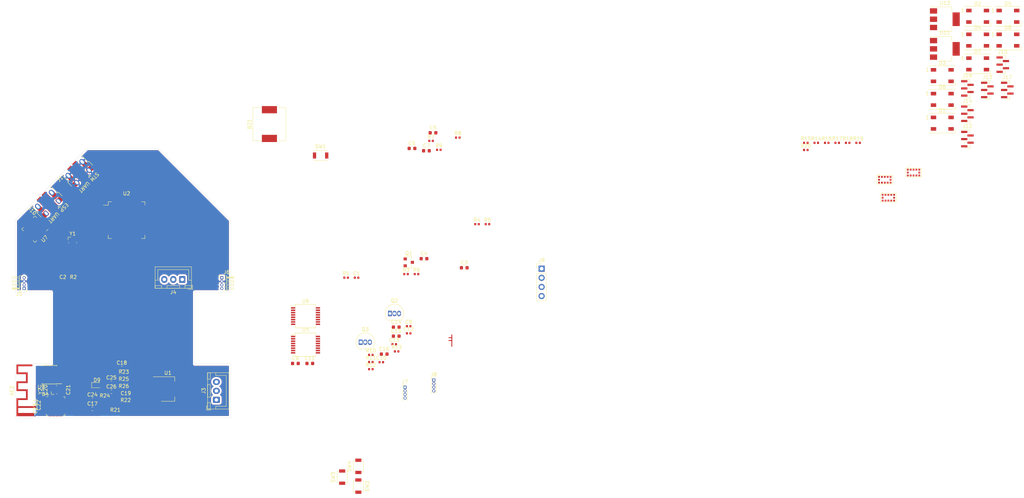
<source format=kicad_pcb>
(kicad_pcb (version 20171130) (host pcbnew 5.1.5-52549c5~84~ubuntu18.04.1)
  (layers (0 F.Cu jumper) (1 In1.Cu signal) (2 In2.Cu signal) (31 B.Cu mixed) (35 F.Paste user) (36 B.SilkS user) (37 F.SilkS user) (39 F.Mask user) (44 Edge.Cuts user))
  (net 0 "")
  (net 1 GND)
  (net 2 /OSC_IN)
  (net 3 /OSC_OUT)
  (net 4 /NRST)
  (net 5 /VCAP_1)
  (net 6 +3V3)
  (net 7 "Net-(J3-Pad3)")
  (net 8 "Net-(J3-Pad2)")
  (net 9 "Net-(J3-Pad1)")
  (net 10 VCC)
  (net 11 /BATT_MEAS)
  (net 12 /BOOT0)
  (net 13 "Net-(R5-Pad2)")
  (net 14 +6V)
  (net 15 "Net-(C5-Pad1)")
  (net 16 "Net-(C6-Pad1)")
  (net 17 "Net-(C7-Pad1)")
  (net 18 /ENC_WHEEL_L_B)
  (net 19 /ENC_WHEEL_L_A)
  (net 20 /ENC_WHEEL_R_B)
  (net 21 /ENC_WHEEL_R_A)
  (net 22 /LCD_IMU_SCL)
  (net 23 /LCD_IMU_SDA)
  (net 24 "Net-(C8-Pad2)")
  (net 25 "Net-(C8-Pad1)")
  (net 26 "Net-(C10-Pad2)")
  (net 27 "Net-(C10-Pad1)")
  (net 28 /ESP_VBUS)
  (net 29 /STM_D+)
  (net 30 /STM_D-)
  (net 31 "Net-(J7-Pad2)")
  (net 32 "Net-(J7-Pad1)")
  (net 33 "Net-(J8-Pad2)")
  (net 34 "Net-(J8-Pad1)")
  (net 35 "Net-(J10-Pad6)")
  (net 36 /ESP_D+)
  (net 37 /ESP_D-)
  (net 38 "Net-(Q2-Pad1)")
  (net 39 "Net-(Q3-Pad1)")
  (net 40 "Net-(R10-Pad2)")
  (net 41 "Net-(R11-Pad2)")
  (net 42 "Net-(D1-Pad2)")
  (net 43 "Net-(D2-Pad2)")
  (net 44 "Net-(D3-Pad2)")
  (net 45 "Net-(D4-Pad2)")
  (net 46 "Net-(D5-Pad2)")
  (net 47 "Net-(D6-Pad2)")
  (net 48 "Net-(D7-Pad2)")
  (net 49 "Net-(J13-Pad2)")
  (net 50 "Net-(J13-Pad1)")
  (net 51 "Net-(J15-Pad1)")
  (net 52 "Net-(J17-Pad1)")
  (net 53 "Net-(R17-Pad2)")
  (net 54 "Net-(R19-Pad2)")
  (net 55 +2V8)
  (net 56 "Net-(AE2-Pad1)")
  (net 57 /ESP_~RESET)
  (net 58 "Net-(C20-Pad1)")
  (net 59 "Net-(C21-Pad1)")
  (net 60 "Net-(C22-Pad2)")
  (net 61 "Net-(D9-Pad2)")
  (net 62 /ESP_GPIO2)
  (net 63 "Net-(J13-Pad4)")
  (net 64 "Net-(J13-Pad5)")
  (net 65 "Net-(J13-Pad3)")
  (net 66 "Net-(J15-Pad4)")
  (net 67 "Net-(J15-Pad2)")
  (net 68 "Net-(J15-Pad5)")
  (net 69 "Net-(J15-Pad3)")
  (net 70 "Net-(J17-Pad4)")
  (net 71 "Net-(J17-Pad2)")
  (net 72 "Net-(J17-Pad5)")
  (net 73 "Net-(J17-Pad3)")
  (net 74 /ESP_GPIO0)
  (net 75 "Net-(R14-Pad2)")
  (net 76 "Net-(R15-Pad2)")
  (net 77 "Net-(R16-Pad2)")
  (net 78 /ESP_EN)
  (net 79 "Net-(R25-Pad2)")
  (net 80 "Net-(R26-Pad1)")
  (net 81 /ESP_TX)
  (net 82 /ESP_RX)
  (net 83 "Net-(U4-Pad23)")
  (net 84 "Net-(U4-Pad22)")
  (net 85 "Net-(U4-Pad21)")
  (net 86 "Net-(U4-Pad20)")
  (net 87 "Net-(U4-Pad19)")
  (net 88 "Net-(U4-Pad18)")
  (module Crystal:Crystal_SMD_Abracon_ABM10-4Pin_2.5x2.0mm (layer F.Cu) (at 128.6 129.2 90)
    (fp_text reference Y2 (at -0.4 -4.6 90) (layer F.SilkS))
    (fp_text value "26Mhz, 5.6pF")
    (pad 4 smd rect (at 0.625 -0.825 90) (size 0.8 0.9) (layers F.Cu F.Paste F.Mask))
    (pad 2 smd rect (at -0.625 0.825 90) (size 0.8 0.9) (layers F.Cu F.Paste F.Mask) (net 1 GND))
    (pad 3 smd rect (at 0.625 0.825 90) (size 0.8 0.9) (layers F.Cu F.Paste F.Mask) (net 58 "Net-(C20-Pad1)"))
    (pad 1 smd rect (at -0.625 -0.825 90) (size 0.8 0.9) (layers F.Cu F.Paste F.Mask) (net 59 "Net-(C21-Pad1)"))
  )
  (module Crystal:Crystal_SMD_Abracon_ABM10-4Pin_2.5x2.0mm (layer F.Cu) (at 133 88.25)
    (fp_text reference Y1 (at 0 -2.5) (layer F.SilkS))
    (fp_text value "16Mhz, 8pF")
    (pad 4 smd rect (at 0.625 -0.825) (size 0.8 0.9) (layers F.Cu F.Paste F.Mask))
    (pad 2 smd rect (at -0.625 0.825) (size 0.8 0.9) (layers F.Cu F.Paste F.Mask) (net 1 GND))
    (pad 3 smd rect (at 0.625 0.825) (size 0.8 0.9) (layers F.Cu F.Paste F.Mask) (net 2 /OSC_IN))
    (pad 1 smd rect (at -0.625 -0.825) (size 0.8 0.9) (layers F.Cu F.Paste F.Mask) (net 3 /OSC_OUT))
  )
  (module RF_Antenna:Texas_SWRA117D_2.4GHz_Right (layer F.Cu) (at 122.5 134 90)
    (fp_text reference AE2 (at 4.55 -6.41 90) (layer F.SilkS))
    (fp_text value 2.4GHz)
    (fp_poly (pts (xy 2.45 -2.51) (xy 4.45 -2.51) (xy 4.45 -5.15) (xy 7.15 -5.15) (xy 7.15 -2.51) (xy 9.15 -2.51) (xy 9.15 -5.15) (xy 11.85 -5.15) (xy 11.85 -0.71) (xy 11.35 -0.71) (xy 11.35 -4.65) (xy 9.65 -4.65) (xy 9.65 -2.01) (xy 6.65 -2.01) (xy 6.65 -4.65) (xy 4.95 -4.65) (xy 4.95 -2.01) (xy 1.95 -2.01) (xy 1.95 -4.65) (xy 0.25 -4.65) (xy 0.25 0.25) (xy -0.25 0.25) (xy -0.25 -4.65) (xy -1.65 -4.65) (xy -1.65 0.25) (xy -2.55 0.25) (xy -2.55 0.006785) (xy -2.247583 0.006785) (xy -2.237742 0.054395) (xy -2.213674 0.096797) (xy -2.175731 0.129581) (xy -2.167819 0.133935) (xy -2.125156 0.146043) (xy -2.076637 0.1453) (xy -2.031122 0.1324) (xy -2.012511 0.121787) (xy -1.978868 0.086553) (xy -1.958309 0.041368) (xy -1.951778 -0.008158) (xy -1.960218 -0.056417) (xy -1.977112 -0.088643) (xy -2.012372 -0.121313) (xy -2.057682 -0.141408) (xy -2.107267 -0.147982) (xy -2.155353 -0.140092) (xy -2.188245 -0.123186) (xy -2.223185 -0.086416) (xy -2.242847 -0.041622) (xy -2.247583 0.006785) (xy -2.55 0.006785) (xy -2.55 -5.15) (xy 2.45 -5.15) (xy 2.45 -2.51)) (layer F.Cu) (width 0))
    (pad 1 connect rect (at 0 0 90) (size 0.5 0.5) (layers F.Cu) (net 56 "Net-(AE2-Pad1)"))
    (pad 2 thru_hole rect (at -2.1 0 90) (size 0.9 0.5) (drill 0.3) (layers *.Cu) (net 1 GND))
  )
  (module VL53L0X:SENSOR_VL53L0X (layer F.Cu) (at 359 70.75)
    (fp_text reference U10 (at -0.976343 -2.032506) (layer F.SilkS) (effects (font (size 0.480166 0.480166) (thickness 0.015))))
    (fp_text value VL53L0X)
    (pad 12 smd rect (at -1.6 0) (size 0.5 0.5) (layers F.Cu F.Paste F.Mask) (net 71 "Net-(J17-Pad2)"))
    (pad 11 smd rect (at -1.6 0.8) (size 0.5 0.5) (layers F.Cu F.Paste F.Mask) (net 52 "Net-(J17-Pad1)"))
    (pad 10 smd rect (at -0.8 0.8) (size 0.5 0.5) (layers F.Cu F.Paste F.Mask) (net 70 "Net-(J17-Pad4)"))
    (pad 9 smd rect (at 0 0.8) (size 0.5 0.5) (layers F.Cu F.Paste F.Mask) (net 73 "Net-(J17-Pad3)"))
    (pad 8 smd rect (at 0.8 0.8) (size 0.5 0.5) (layers F.Cu F.Paste F.Mask))
    (pad 7 smd rect (at 1.6 0.8) (size 0.5 0.5) (layers F.Cu F.Paste F.Mask) (net 77 "Net-(R16-Pad2)"))
    (pad 6 smd rect (at 1.6 0) (size 0.5 0.5) (layers F.Cu F.Paste F.Mask) (net 71 "Net-(J17-Pad2)"))
    (pad 5 smd rect (at 1.6 -0.8) (size 0.5 0.5) (layers F.Cu F.Paste F.Mask) (net 72 "Net-(J17-Pad5)"))
    (pad 4 smd rect (at 0.8 -0.8) (size 0.5 0.5) (layers F.Cu F.Paste F.Mask) (net 71 "Net-(J17-Pad2)"))
    (pad 3 smd rect (at 0 -0.8) (size 0.5 0.5) (layers F.Cu F.Paste F.Mask) (net 71 "Net-(J17-Pad2)"))
    (pad 2 smd rect (at -0.8 -0.8) (size 0.5 0.5) (layers F.Cu F.Paste F.Mask) (net 71 "Net-(J17-Pad2)"))
    (pad 1 smd rect (at -1.6 -0.8) (size 0.5 0.5) (layers F.Cu F.Paste F.Mask) (net 52 "Net-(J17-Pad1)"))
  )
  (module Package_SO:SOIC-8_3.9x4.9mm_P1.27mm (layer F.Cu) (at 126.5 125 180)
    (fp_text reference U9 (at 2.3 -3.4) (layer F.SilkS))
    (fp_text value ESP-PSRAM32)
    (pad 8 smd rect (at 2.7 -1.905 180) (size 1.55 0.6) (layers F.Cu F.Paste F.Mask) (net 6 +3V3))
    (pad 7 smd rect (at 2.7 -0.635 180) (size 1.55 0.6) (layers F.Cu F.Paste F.Mask) (net 88 "Net-(U4-Pad18)"))
    (pad 6 smd rect (at 2.7 0.635 180) (size 1.55 0.6) (layers F.Cu F.Paste F.Mask) (net 85 "Net-(U4-Pad21)"))
    (pad 5 smd rect (at 2.7 1.905 180) (size 1.55 0.6) (layers F.Cu F.Paste F.Mask) (net 83 "Net-(U4-Pad23)"))
    (pad 4 smd rect (at -2.7 1.905 180) (size 1.55 0.6) (layers F.Cu F.Paste F.Mask) (net 1 GND))
    (pad 3 smd rect (at -2.7 0.635 180) (size 1.55 0.6) (layers F.Cu F.Paste F.Mask) (net 87 "Net-(U4-Pad19)"))
    (pad 2 smd rect (at -2.7 -0.635 180) (size 1.55 0.6) (layers F.Cu F.Paste F.Mask) (net 84 "Net-(U4-Pad22)"))
    (pad 1 smd rect (at -2.7 -1.905 180) (size 1.55 0.6) (layers F.Cu F.Paste F.Mask) (net 86 "Net-(U4-Pad20)"))
  )
  (module VL53L0X:SENSOR_VL53L0X (layer F.Cu) (at 367 68.75)
    (fp_text reference U8 (at -0.976343 -2.032506) (layer F.SilkS) (effects (font (size 0.480166 0.480166) (thickness 0.015))))
    (fp_text value VL53L0X)
    (pad 12 smd rect (at -1.6 0) (size 0.5 0.5) (layers F.Cu F.Paste F.Mask) (net 67 "Net-(J15-Pad2)"))
    (pad 11 smd rect (at -1.6 0.8) (size 0.5 0.5) (layers F.Cu F.Paste F.Mask) (net 51 "Net-(J15-Pad1)"))
    (pad 10 smd rect (at -0.8 0.8) (size 0.5 0.5) (layers F.Cu F.Paste F.Mask) (net 66 "Net-(J15-Pad4)"))
    (pad 9 smd rect (at 0 0.8) (size 0.5 0.5) (layers F.Cu F.Paste F.Mask) (net 69 "Net-(J15-Pad3)"))
    (pad 8 smd rect (at 0.8 0.8) (size 0.5 0.5) (layers F.Cu F.Paste F.Mask))
    (pad 7 smd rect (at 1.6 0.8) (size 0.5 0.5) (layers F.Cu F.Paste F.Mask) (net 76 "Net-(R15-Pad2)"))
    (pad 6 smd rect (at 1.6 0) (size 0.5 0.5) (layers F.Cu F.Paste F.Mask) (net 67 "Net-(J15-Pad2)"))
    (pad 5 smd rect (at 1.6 -0.8) (size 0.5 0.5) (layers F.Cu F.Paste F.Mask) (net 68 "Net-(J15-Pad5)"))
    (pad 4 smd rect (at 0.8 -0.8) (size 0.5 0.5) (layers F.Cu F.Paste F.Mask) (net 67 "Net-(J15-Pad2)"))
    (pad 3 smd rect (at 0 -0.8) (size 0.5 0.5) (layers F.Cu F.Paste F.Mask) (net 67 "Net-(J15-Pad2)"))
    (pad 2 smd rect (at -0.8 -0.8) (size 0.5 0.5) (layers F.Cu F.Paste F.Mask) (net 67 "Net-(J15-Pad2)"))
    (pad 1 smd rect (at -1.6 -0.8) (size 0.5 0.5) (layers F.Cu F.Paste F.Mask) (net 51 "Net-(J15-Pad1)"))
  )
  (module Package_DFN_QFN:QFN-32-1EP_5x5mm_P0.5mm_EP3.45x3.45mm (layer F.Cu) (at 128.25 133.75)
    (fp_text reference U4 (at -2.85 -3.35) (layer F.SilkS))
    (fp_text value ESP8266EX)
    (pad 32 smd roundrect (at -1.75 -2.4375) (size 0.25 0.875) (layers F.Cu F.Paste F.Mask) (net 57 /ESP_~RESET))
    (pad 31 smd roundrect (at -1.25 -2.4375) (size 0.25 0.875) (layers F.Cu F.Paste F.Mask) (net 80 "Net-(R26-Pad1)"))
    (pad 30 smd roundrect (at -0.75 -2.4375) (size 0.25 0.875) (layers F.Cu F.Paste F.Mask) (net 6 +3V3))
    (pad 29 smd roundrect (at -0.25 -2.4375) (size 0.25 0.875) (layers F.Cu F.Paste F.Mask) (net 6 +3V3))
    (pad 28 smd roundrect (at 0.25 -2.4375) (size 0.25 0.875) (layers F.Cu F.Paste F.Mask) (net 59 "Net-(C21-Pad1)"))
    (pad 27 smd roundrect (at 0.75 -2.4375) (size 0.25 0.875) (layers F.Cu F.Paste F.Mask) (net 58 "Net-(C20-Pad1)"))
    (pad 26 smd roundrect (at 1.25 -2.4375) (size 0.25 0.875) (layers F.Cu F.Paste F.Mask) (net 81 /ESP_TX))
    (pad 25 smd roundrect (at 1.75 -2.4375) (size 0.25 0.875) (layers F.Cu F.Paste F.Mask) (net 82 /ESP_RX))
    (pad 24 smd roundrect (at 2.4375 -1.75) (size 0.875 0.25) (layers F.Cu F.Paste F.Mask))
    (pad 23 smd roundrect (at 2.4375 -1.25) (size 0.875 0.25) (layers F.Cu F.Paste F.Mask) (net 83 "Net-(U4-Pad23)"))
    (pad 22 smd roundrect (at 2.4375 -0.75) (size 0.875 0.25) (layers F.Cu F.Paste F.Mask) (net 84 "Net-(U4-Pad22)"))
    (pad 21 smd roundrect (at 2.4375 -0.25) (size 0.875 0.25) (layers F.Cu F.Paste F.Mask) (net 85 "Net-(U4-Pad21)"))
    (pad 20 smd roundrect (at 2.4375 0.25) (size 0.875 0.25) (layers F.Cu F.Paste F.Mask) (net 86 "Net-(U4-Pad20)"))
    (pad 19 smd roundrect (at 2.4375 0.75) (size 0.875 0.25) (layers F.Cu F.Paste F.Mask) (net 87 "Net-(U4-Pad19)"))
    (pad 18 smd roundrect (at 2.4375 1.25) (size 0.875 0.25) (layers F.Cu F.Paste F.Mask) (net 88 "Net-(U4-Pad18)"))
    (pad 17 smd roundrect (at 2.4375 1.75) (size 0.875 0.25) (layers F.Cu F.Paste F.Mask) (net 6 +3V3))
    (pad 16 smd roundrect (at 1.75 2.4375) (size 0.25 0.875) (layers F.Cu F.Paste F.Mask))
    (pad 15 smd roundrect (at 1.25 2.4375) (size 0.25 0.875) (layers F.Cu F.Paste F.Mask) (net 74 /ESP_GPIO0))
    (pad 14 smd roundrect (at 0.75 2.4375) (size 0.25 0.875) (layers F.Cu F.Paste F.Mask) (net 62 /ESP_GPIO2))
    (pad 13 smd roundrect (at 0.25 2.4375) (size 0.25 0.875) (layers F.Cu F.Paste F.Mask) (net 79 "Net-(R25-Pad2)"))
    (pad 12 smd roundrect (at -0.25 2.4375) (size 0.25 0.875) (layers F.Cu F.Paste F.Mask))
    (pad 11 smd roundrect (at -0.75 2.4375) (size 0.25 0.875) (layers F.Cu F.Paste F.Mask) (net 6 +3V3))
    (pad 10 smd roundrect (at -1.25 2.4375) (size 0.25 0.875) (layers F.Cu F.Paste F.Mask))
    (pad 9 smd roundrect (at -1.75 2.4375) (size 0.25 0.875) (layers F.Cu F.Paste F.Mask))
    (pad 8 smd roundrect (at -2.4375 1.75) (size 0.875 0.25) (layers F.Cu F.Paste F.Mask))
    (pad 7 smd roundrect (at -2.4375 1.25) (size 0.875 0.25) (layers F.Cu F.Paste F.Mask) (net 78 /ESP_EN))
    (pad 6 smd roundrect (at -2.4375 0.75) (size 0.875 0.25) (layers F.Cu F.Paste F.Mask))
    (pad 5 smd roundrect (at -2.4375 0.25) (size 0.875 0.25) (layers F.Cu F.Paste F.Mask))
    (pad 4 smd roundrect (at -2.4375 -0.25) (size 0.875 0.25) (layers F.Cu F.Paste F.Mask) (net 6 +3V3))
    (pad 3 smd roundrect (at -2.4375 -0.75) (size 0.875 0.25) (layers F.Cu F.Paste F.Mask) (net 6 +3V3))
    (pad 2 smd roundrect (at -2.4375 -1.25) (size 0.875 0.25) (layers F.Cu F.Paste F.Mask) (net 60 "Net-(C22-Pad2)"))
    (pad 1 smd roundrect (at -2.4375 -1.75) (size 0.875 0.25) (layers F.Cu F.Paste F.Mask) (net 6 +3V3))
    (pad 33 smd roundrect (at 0 0) (size 3.45 3.45) (layers F.Cu F.Mask) (roundrect_rratio 0.072464) (net 1 GND))
  )
  (module VL53L0X:SENSOR_VL53L0X (layer F.Cu) (at 360 75.75)
    (fp_text reference U3 (at -0.976343 -2.032506) (layer F.SilkS) (effects (font (size 0.480166 0.480166) (thickness 0.015))))
    (fp_text value VL53L0X)
    (pad 12 smd rect (at -1.6 0) (size 0.5 0.5) (layers F.Cu F.Paste F.Mask) (net 49 "Net-(J13-Pad2)"))
    (pad 11 smd rect (at -1.6 0.8) (size 0.5 0.5) (layers F.Cu F.Paste F.Mask) (net 50 "Net-(J13-Pad1)"))
    (pad 10 smd rect (at -0.8 0.8) (size 0.5 0.5) (layers F.Cu F.Paste F.Mask) (net 63 "Net-(J13-Pad4)"))
    (pad 9 smd rect (at 0 0.8) (size 0.5 0.5) (layers F.Cu F.Paste F.Mask) (net 65 "Net-(J13-Pad3)"))
    (pad 8 smd rect (at 0.8 0.8) (size 0.5 0.5) (layers F.Cu F.Paste F.Mask))
    (pad 7 smd rect (at 1.6 0.8) (size 0.5 0.5) (layers F.Cu F.Paste F.Mask) (net 75 "Net-(R14-Pad2)"))
    (pad 6 smd rect (at 1.6 0) (size 0.5 0.5) (layers F.Cu F.Paste F.Mask) (net 49 "Net-(J13-Pad2)"))
    (pad 5 smd rect (at 1.6 -0.8) (size 0.5 0.5) (layers F.Cu F.Paste F.Mask) (net 64 "Net-(J13-Pad5)"))
    (pad 4 smd rect (at 0.8 -0.8) (size 0.5 0.5) (layers F.Cu F.Paste F.Mask) (net 49 "Net-(J13-Pad2)"))
    (pad 3 smd rect (at 0 -0.8) (size 0.5 0.5) (layers F.Cu F.Paste F.Mask) (net 49 "Net-(J13-Pad2)"))
    (pad 2 smd rect (at -0.8 -0.8) (size 0.5 0.5) (layers F.Cu F.Paste F.Mask) (net 49 "Net-(J13-Pad2)"))
    (pad 1 smd rect (at -1.6 -0.8) (size 0.5 0.5) (layers F.Cu F.Paste F.Mask) (net 50 "Net-(J13-Pad1)"))
  )
  (module Resistor_SMD:R_0402_1005Metric (layer F.Cu) (at 147.23 129.35)
    (fp_text reference R26 (at 0 -1.17) (layer F.SilkS))
    (fp_text value 12K)
    (pad 2 smd roundrect (at 0.485 0) (size 0.59 0.64) (layers F.Cu F.Paste F.Mask) (net 1 GND))
    (pad 1 smd roundrect (at -0.485 0) (size 0.59 0.64) (layers F.Cu F.Paste F.Mask) (net 80 "Net-(R26-Pad1)"))
  )
  (module Resistor_SMD:R_0402_1005Metric (layer F.Cu) (at 147.23 127.36)
    (fp_text reference R25 (at 0 -1.17) (layer F.SilkS))
    (fp_text value 12K)
    (pad 2 smd roundrect (at 0.485 0) (size 0.59 0.64) (layers F.Cu F.Paste F.Mask) (net 79 "Net-(R25-Pad2)"))
    (pad 1 smd roundrect (at -0.485 0) (size 0.59 0.64) (layers F.Cu F.Paste F.Mask) (net 1 GND))
  )
  (module Resistor_SMD:R_0402_1005Metric (layer F.Cu) (at 141.96 132)
    (fp_text reference R24 (at 0 -1.17) (layer F.SilkS))
    (fp_text value 12K)
    (pad 2 smd roundrect (at 0.485 0) (size 0.59 0.64) (layers F.Cu F.Paste F.Mask) (net 78 /ESP_EN))
    (pad 1 smd roundrect (at -0.485 0) (size 0.59 0.64) (layers F.Cu F.Paste F.Mask) (net 6 +3V3))
  )
  (module Resistor_SMD:R_0402_1005Metric (layer F.Cu) (at 147.23 125.37)
    (fp_text reference R23 (at 0 -1.17) (layer F.SilkS))
    (fp_text value 12K)
    (pad 2 smd roundrect (at 0.485 0) (size 0.59 0.64) (layers F.Cu F.Paste F.Mask) (net 74 /ESP_GPIO0))
    (pad 1 smd roundrect (at -0.485 0) (size 0.59 0.64) (layers F.Cu F.Paste F.Mask) (net 6 +3V3))
  )
  (module Resistor_SMD:R_0402_1005Metric (layer F.Cu) (at 147.75 133.25)
    (fp_text reference R22 (at 0 -1.17) (layer F.SilkS))
    (fp_text value 12K)
    (pad 2 smd roundrect (at 0.485 0) (size 0.59 0.64) (layers F.Cu F.Paste F.Mask) (net 61 "Net-(D9-Pad2)"))
    (pad 1 smd roundrect (at -0.485 0) (size 0.59 0.64) (layers F.Cu F.Paste F.Mask) (net 6 +3V3))
  )
  (module Resistor_SMD:R_0402_1005Metric (layer F.Cu) (at 144.87 135.98)
    (fp_text reference R21 (at 0 -1.17) (layer F.SilkS))
    (fp_text value 12K)
    (pad 2 smd roundrect (at 0.485 0) (size 0.59 0.64) (layers F.Cu F.Paste F.Mask) (net 57 /ESP_~RESET))
    (pad 1 smd roundrect (at -0.485 0) (size 0.59 0.64) (layers F.Cu F.Paste F.Mask) (net 6 +3V3))
  )
  (module Inductor_SMD:L_0402_1005Metric (layer F.Cu) (at 123.75 132.5 90)
    (fp_text reference L1 (at 0 -1.17 90) (layer F.SilkS))
    (fp_text value 1.5nH)
    (pad 2 smd roundrect (at 0.485 0 90) (size 0.59 0.64) (layers F.Cu F.Paste F.Mask) (net 1 GND))
    (pad 1 smd roundrect (at -0.485 0 90) (size 0.59 0.64) (layers F.Cu F.Paste F.Mask) (net 60 "Net-(C22-Pad2)"))
  )
  (module LED_SMD:LED_0603_1608Metric (layer F.Cu) (at 139.76 127.91)
    (fp_text reference D9 (at 0 -1.43) (layer F.SilkS))
    (fp_text value BLUE)
    (pad 2 smd roundrect (at 0.7875 0) (size 0.875 0.95) (layers F.Cu F.Paste F.Mask) (net 61 "Net-(D9-Pad2)"))
    (pad 1 smd roundrect (at -0.7875 0) (size 0.875 0.95) (layers F.Cu F.Paste F.Mask) (net 62 /ESP_GPIO2))
  )
  (module Capacitor_SMD:C_0603_1608Metric (layer F.Cu) (at 143.77 129.75)
    (fp_text reference C26 (at 0 -1.43) (layer F.SilkS))
    (fp_text value 0.1uF)
    (pad 2 smd roundrect (at 0.7875 0) (size 0.875 0.95) (layers F.Cu F.Paste F.Mask) (net 1 GND))
    (pad 1 smd roundrect (at -0.7875 0) (size 0.875 0.95) (layers F.Cu F.Paste F.Mask) (net 6 +3V3))
  )
  (module Capacitor_SMD:C_0603_1608Metric (layer F.Cu) (at 143.77 127.24)
    (fp_text reference C25 (at 0 -1.43) (layer F.SilkS))
    (fp_text value 0.1uF)
    (pad 2 smd roundrect (at 0.7875 0) (size 0.875 0.95) (layers F.Cu F.Paste F.Mask) (net 1 GND))
    (pad 1 smd roundrect (at -0.7875 0) (size 0.875 0.95) (layers F.Cu F.Paste F.Mask) (net 6 +3V3))
  )
  (module Capacitor_SMD:C_0603_1608Metric (layer F.Cu) (at 138.5 131.99)
    (fp_text reference C24 (at 0 -1.43) (layer F.SilkS))
    (fp_text value 0.1uF)
    (pad 2 smd roundrect (at 0.7875 0) (size 0.875 0.95) (layers F.Cu F.Paste F.Mask) (net 1 GND))
    (pad 1 smd roundrect (at -0.7875 0) (size 0.875 0.95) (layers F.Cu F.Paste F.Mask) (net 6 +3V3))
  )
  (module Capacitor_SMD:C_0402_1005Metric (layer F.Cu) (at 123.75 134.5 90)
    (fp_text reference C23 (at 0 -1.17 90) (layer F.SilkS))
    (fp_text value 2.4pF)
    (pad 2 smd roundrect (at 0.485 0 90) (size 0.59 0.64) (layers F.Cu F.Paste F.Mask) (net 56 "Net-(AE2-Pad1)"))
    (pad 1 smd roundrect (at -0.485 0 90) (size 0.59 0.64) (layers F.Cu F.Paste F.Mask) (net 1 GND))
  )
  (module Capacitor_SMD:C_0402_1005Metric (layer F.Cu) (at 124.75 133.5 90)
    (fp_text reference C22 (at 0 -1.17 90) (layer F.SilkS))
    (fp_text value 8.6pF)
    (pad 2 smd roundrect (at 0.485 0 90) (size 0.59 0.64) (layers F.Cu F.Paste F.Mask) (net 60 "Net-(C22-Pad2)"))
    (pad 1 smd roundrect (at -0.485 0 90) (size 0.59 0.64) (layers F.Cu F.Paste F.Mask) (net 56 "Net-(AE2-Pad1)"))
  )
  (module Capacitor_SMD:C_0402_1005Metric (layer F.Cu) (at 130.6 129.2 270)
    (fp_text reference C21 (at 0 -1.17 90) (layer F.SilkS))
    (fp_text value 5.6pF)
    (pad 2 smd roundrect (at 0.485 0 270) (size 0.59 0.64) (layers F.Cu F.Paste F.Mask) (net 1 GND))
    (pad 1 smd roundrect (at -0.485 0 270) (size 0.59 0.64) (layers F.Cu F.Paste F.Mask) (net 59 "Net-(C21-Pad1)"))
  )
  (module Capacitor_SMD:C_0402_1005Metric (layer F.Cu) (at 126.6 129.2 90)
    (fp_text reference C20 (at 0 -1.17 90) (layer F.SilkS))
    (fp_text value 5.6pF)
    (pad 2 smd roundrect (at 0.485 0 90) (size 0.59 0.64) (layers F.Cu F.Paste F.Mask) (net 1 GND))
    (pad 1 smd roundrect (at -0.485 0 90) (size 0.59 0.64) (layers F.Cu F.Paste F.Mask) (net 58 "Net-(C20-Pad1)"))
  )
  (module Capacitor_SMD:C_0402_1005Metric (layer F.Cu) (at 147.78 131.34)
    (fp_text reference C19 (at 0 -1.17) (layer F.SilkS))
    (fp_text value 1uF)
    (pad 2 smd roundrect (at 0.485 0) (size 0.59 0.64) (layers F.Cu F.Paste F.Mask) (net 1 GND))
    (pad 1 smd roundrect (at -0.485 0) (size 0.59 0.64) (layers F.Cu F.Paste F.Mask) (net 57 /ESP_~RESET))
  )
  (module Capacitor_SMD:C_0603_1608Metric (layer F.Cu) (at 146.67 123.12)
    (fp_text reference C18 (at 0 -1.43) (layer F.SilkS))
    (fp_text value 10uF)
    (pad 2 smd roundrect (at 0.7875 0) (size 0.875 0.95) (layers F.Cu F.Paste F.Mask) (net 10 VCC))
    (pad 1 smd roundrect (at -0.7875 0) (size 0.875 0.95) (layers F.Cu F.Paste F.Mask) (net 1 GND))
  )
  (module Capacitor_SMD:C_0603_1608Metric (layer F.Cu) (at 138.5 134.5)
    (fp_text reference C17 (at 0 -1.43) (layer F.SilkS))
    (fp_text value 10uF)
    (pad 2 smd roundrect (at 0.7875 0) (size 0.875 0.95) (layers F.Cu F.Paste F.Mask) (net 10 VCC))
    (pad 1 smd roundrect (at -0.7875 0) (size 0.875 0.95) (layers F.Cu F.Paste F.Mask) (net 1 GND))
  )
  (module Package_TO_SOT_SMD:SOT-223 (layer F.Cu) (at 375.715 26.075)
    (fp_text reference U12 (at 0 -4.5) (layer F.SilkS))
    (fp_text value LM317_3PinPackage)
    (pad 1 smd rect (at -3.15 -2.3) (size 2 1.5) (layers F.Cu F.Paste F.Mask) (net 54 "Net-(R19-Pad2)"))
    (pad 3 smd rect (at -3.15 2.3) (size 2 1.5) (layers F.Cu F.Paste F.Mask) (net 10 VCC))
    (pad 2 smd rect (at -3.15 0) (size 2 1.5) (layers F.Cu F.Paste F.Mask) (net 55 +2V8))
    (pad 4 smd rect (at 3.15 0) (size 2 3.8) (layers F.Cu F.Paste F.Mask))
  )
  (module Package_TO_SOT_SMD:SOT-223 (layer F.Cu) (at 375.715 34.325)
    (fp_text reference U11 (at 0 -4.5) (layer F.SilkS))
    (fp_text value LM317_3PinPackage)
    (pad 1 smd rect (at -3.15 -2.3) (size 2 1.5) (layers F.Cu F.Paste F.Mask) (net 53 "Net-(R17-Pad2)"))
    (pad 3 smd rect (at -3.15 2.3) (size 2 1.5) (layers F.Cu F.Paste F.Mask) (net 10 VCC))
    (pad 2 smd rect (at -3.15 0) (size 2 1.5) (layers F.Cu F.Paste F.Mask) (net 6 +3V3))
    (pad 4 smd rect (at 3.15 0) (size 2 3.8) (layers F.Cu F.Paste F.Mask))
  )
  (module Resistor_SMD:R_0402_1005Metric (layer F.Cu) (at 337.025 62.465)
    (fp_text reference R20 (at 0 -1.17) (layer F.SilkS))
    (fp_text value 8K2)
    (pad 2 smd roundrect (at 0.485 0) (size 0.59 0.64) (layers F.Cu F.Paste F.Mask) (net 1 GND))
    (pad 1 smd roundrect (at -0.485 0) (size 0.59 0.64) (layers F.Cu F.Paste F.Mask) (net 54 "Net-(R19-Pad2)"))
  )
  (module Resistor_SMD:R_0402_1005Metric (layer F.Cu) (at 351.575 60.475)
    (fp_text reference R19 (at 0 -1.17) (layer F.SilkS))
    (fp_text value 2K2)
    (pad 2 smd roundrect (at 0.485 0) (size 0.59 0.64) (layers F.Cu F.Paste F.Mask) (net 54 "Net-(R19-Pad2)"))
    (pad 1 smd roundrect (at -0.485 0) (size 0.59 0.64) (layers F.Cu F.Paste F.Mask) (net 55 +2V8))
  )
  (module Resistor_SMD:R_0402_1005Metric (layer F.Cu) (at 348.665 60.475)
    (fp_text reference R18 (at 0 -1.17) (layer F.SilkS))
    (fp_text value 8K2)
    (pad 2 smd roundrect (at 0.485 0) (size 0.59 0.64) (layers F.Cu F.Paste F.Mask) (net 1 GND))
    (pad 1 smd roundrect (at -0.485 0) (size 0.59 0.64) (layers F.Cu F.Paste F.Mask) (net 53 "Net-(R17-Pad2)"))
  )
  (module Resistor_SMD:R_0402_1005Metric (layer F.Cu) (at 345.755 60.475)
    (fp_text reference R17 (at 0 -1.17) (layer F.SilkS))
    (fp_text value 2K2)
    (pad 2 smd roundrect (at 0.485 0) (size 0.59 0.64) (layers F.Cu F.Paste F.Mask) (net 53 "Net-(R17-Pad2)"))
    (pad 1 smd roundrect (at -0.485 0) (size 0.59 0.64) (layers F.Cu F.Paste F.Mask) (net 6 +3V3))
  )
  (module Resistor_SMD:R_0402_1005Metric (layer F.Cu) (at 342.845 60.475)
    (fp_text reference R16 (at 0 -1.17) (layer F.SilkS))
    (fp_text value 10k)
    (pad 2 smd roundrect (at 0.485 0) (size 0.59 0.64) (layers F.Cu F.Paste F.Mask) (net 77 "Net-(R16-Pad2)"))
    (pad 1 smd roundrect (at -0.485 0) (size 0.59 0.64) (layers F.Cu F.Paste F.Mask) (net 52 "Net-(J17-Pad1)"))
  )
  (module Resistor_SMD:R_0402_1005Metric (layer F.Cu) (at 337.025 60.475)
    (fp_text reference R15 (at 0 -1.17) (layer F.SilkS))
    (fp_text value 10k)
    (pad 2 smd roundrect (at 0.485 0) (size 0.59 0.64) (layers F.Cu F.Paste F.Mask) (net 76 "Net-(R15-Pad2)"))
    (pad 1 smd roundrect (at -0.485 0) (size 0.59 0.64) (layers F.Cu F.Paste F.Mask) (net 51 "Net-(J15-Pad1)"))
  )
  (module Resistor_SMD:R_0402_1005Metric (layer F.Cu) (at 339.935 60.475)
    (fp_text reference R14 (at 0 -1.17) (layer F.SilkS))
    (fp_text value 10k)
    (pad 2 smd roundrect (at 0.485 0) (size 0.59 0.64) (layers F.Cu F.Paste F.Mask) (net 75 "Net-(R14-Pad2)"))
    (pad 1 smd roundrect (at -0.485 0) (size 0.59 0.64) (layers F.Cu F.Paste F.Mask) (net 50 "Net-(J13-Pad1)"))
  )
  (module Connector_PinHeader_1.00mm:PinHeader_1x05_P1.00mm_Vertical_SMD_Pin1Left (layer F.Cu) (at 393.085 45.765)
    (fp_text reference J17 (at 0 -3.56) (layer F.SilkS))
    (fp_text value Conn_01x05)
    (pad 4 smd rect (at 0.875 1) (size 1.75 0.6) (layers F.Cu F.Paste F.Mask) (net 70 "Net-(J17-Pad4)"))
    (pad 2 smd rect (at 0.875 -1) (size 1.75 0.6) (layers F.Cu F.Paste F.Mask) (net 71 "Net-(J17-Pad2)"))
    (pad 5 smd rect (at -0.875 2) (size 1.75 0.6) (layers F.Cu F.Paste F.Mask) (net 72 "Net-(J17-Pad5)"))
    (pad 3 smd rect (at -0.875 0) (size 1.75 0.6) (layers F.Cu F.Paste F.Mask) (net 73 "Net-(J17-Pad3)"))
    (pad 1 smd rect (at -0.875 -2) (size 1.75 0.6) (layers F.Cu F.Paste F.Mask) (net 52 "Net-(J17-Pad1)"))
  )
  (module Connector_PinHeader_1.00mm:PinHeader_1x05_P1.00mm_Vertical_SMD_Pin1Left (layer F.Cu) (at 381.985 45.335)
    (fp_text reference J16 (at 0 -3.56) (layer F.SilkS))
    (fp_text value Conn_01x05)
    (pad 4 smd rect (at 0.875 1) (size 1.75 0.6) (layers F.Cu F.Paste F.Mask))
    (pad 2 smd rect (at 0.875 -1) (size 1.75 0.6) (layers F.Cu F.Paste F.Mask))
    (pad 5 smd rect (at -0.875 2) (size 1.75 0.6) (layers F.Cu F.Paste F.Mask))
    (pad 3 smd rect (at -0.875 0) (size 1.75 0.6) (layers F.Cu F.Paste F.Mask))
    (pad 1 smd rect (at -0.875 -2) (size 1.75 0.6) (layers F.Cu F.Paste F.Mask))
  )
  (module Connector_PinHeader_1.00mm:PinHeader_1x05_P1.00mm_Vertical_SMD_Pin1Left (layer F.Cu) (at 391.835 38.715)
    (fp_text reference J15 (at 0 -3.56) (layer F.SilkS))
    (fp_text value Conn_01x05)
    (pad 4 smd rect (at 0.875 1) (size 1.75 0.6) (layers F.Cu F.Paste F.Mask) (net 66 "Net-(J15-Pad4)"))
    (pad 2 smd rect (at 0.875 -1) (size 1.75 0.6) (layers F.Cu F.Paste F.Mask) (net 67 "Net-(J15-Pad2)"))
    (pad 5 smd rect (at -0.875 2) (size 1.75 0.6) (layers F.Cu F.Paste F.Mask) (net 68 "Net-(J15-Pad5)"))
    (pad 3 smd rect (at -0.875 0) (size 1.75 0.6) (layers F.Cu F.Paste F.Mask) (net 69 "Net-(J15-Pad3)"))
    (pad 1 smd rect (at -0.875 -2) (size 1.75 0.6) (layers F.Cu F.Paste F.Mask) (net 51 "Net-(J15-Pad1)"))
  )
  (module Connector_PinHeader_1.00mm:PinHeader_1x05_P1.00mm_Vertical_SMD_Pin1Left (layer F.Cu) (at 381.985 52.385)
    (fp_text reference J14 (at 0 -3.56) (layer F.SilkS))
    (fp_text value Conn_01x05)
    (pad 4 smd rect (at 0.875 1) (size 1.75 0.6) (layers F.Cu F.Paste F.Mask))
    (pad 2 smd rect (at 0.875 -1) (size 1.75 0.6) (layers F.Cu F.Paste F.Mask))
    (pad 5 smd rect (at -0.875 2) (size 1.75 0.6) (layers F.Cu F.Paste F.Mask))
    (pad 3 smd rect (at -0.875 0) (size 1.75 0.6) (layers F.Cu F.Paste F.Mask))
    (pad 1 smd rect (at -0.875 -2) (size 1.75 0.6) (layers F.Cu F.Paste F.Mask))
  )
  (module Connector_PinHeader_1.00mm:PinHeader_1x05_P1.00mm_Vertical_SMD_Pin1Left (layer F.Cu) (at 387.535 45.765)
    (fp_text reference J13 (at 0 -3.56) (layer F.SilkS))
    (fp_text value Conn_01x05)
    (pad 4 smd rect (at 0.875 1) (size 1.75 0.6) (layers F.Cu F.Paste F.Mask) (net 63 "Net-(J13-Pad4)"))
    (pad 2 smd rect (at 0.875 -1) (size 1.75 0.6) (layers F.Cu F.Paste F.Mask) (net 49 "Net-(J13-Pad2)"))
    (pad 5 smd rect (at -0.875 2) (size 1.75 0.6) (layers F.Cu F.Paste F.Mask) (net 64 "Net-(J13-Pad5)"))
    (pad 3 smd rect (at -0.875 0) (size 1.75 0.6) (layers F.Cu F.Paste F.Mask) (net 65 "Net-(J13-Pad3)"))
    (pad 1 smd rect (at -0.875 -2) (size 1.75 0.6) (layers F.Cu F.Paste F.Mask) (net 50 "Net-(J13-Pad1)"))
  )
  (module Connector_PinHeader_1.00mm:PinHeader_1x05_P1.00mm_Vertical_SMD_Pin1Left (layer F.Cu) (at 381.985 59.435)
    (fp_text reference J12 (at 0 -3.56) (layer F.SilkS))
    (fp_text value Conn_01x05)
    (pad 4 smd rect (at 0.875 1) (size 1.75 0.6) (layers F.Cu F.Paste F.Mask))
    (pad 2 smd rect (at 0.875 -1) (size 1.75 0.6) (layers F.Cu F.Paste F.Mask))
    (pad 5 smd rect (at -0.875 2) (size 1.75 0.6) (layers F.Cu F.Paste F.Mask))
    (pad 3 smd rect (at -0.875 0) (size 1.75 0.6) (layers F.Cu F.Paste F.Mask))
    (pad 1 smd rect (at -0.875 -2) (size 1.75 0.6) (layers F.Cu F.Paste F.Mask))
  )
  (module LED_SMD:LED_WS2812B_PLCC4_5.0x5.0mm_P3.2mm (layer F.Cu) (at 393.27 31.88)
    (fp_text reference D8 (at 0 -3.5) (layer F.SilkS))
    (fp_text value WS2812B)
    (fp_text user 1 (at -4.15 -1.6) (layer F.SilkS))
    (pad 1 smd rect (at -2.45 -1.6) (size 1.5 1) (layers F.Cu F.Paste F.Mask) (net 6 +3V3))
    (pad 2 smd rect (at -2.45 1.6) (size 1.5 1) (layers F.Cu F.Paste F.Mask))
    (pad 4 smd rect (at 2.45 -1.6) (size 1.5 1) (layers F.Cu F.Paste F.Mask) (net 48 "Net-(D7-Pad2)"))
    (pad 3 smd rect (at 2.45 1.6) (size 1.5 1) (layers F.Cu F.Paste F.Mask) (net 1 GND))
  )
  (module LED_SMD:LED_WS2812B_PLCC4_5.0x5.0mm_P3.2mm (layer F.Cu) (at 384.85 38.5)
    (fp_text reference D7 (at 0 -3.5) (layer F.SilkS))
    (fp_text value WS2812B)
    (fp_text user 1 (at -4.15 -1.6) (layer F.SilkS))
    (pad 1 smd rect (at -2.45 -1.6) (size 1.5 1) (layers F.Cu F.Paste F.Mask) (net 6 +3V3))
    (pad 2 smd rect (at -2.45 1.6) (size 1.5 1) (layers F.Cu F.Paste F.Mask) (net 48 "Net-(D7-Pad2)"))
    (pad 4 smd rect (at 2.45 -1.6) (size 1.5 1) (layers F.Cu F.Paste F.Mask) (net 47 "Net-(D6-Pad2)"))
    (pad 3 smd rect (at 2.45 1.6) (size 1.5 1) (layers F.Cu F.Paste F.Mask) (net 1 GND))
  )
  (module LED_SMD:LED_WS2812B_PLCC4_5.0x5.0mm_P3.2mm (layer F.Cu) (at 375 48.38)
    (fp_text reference D6 (at 0 -3.5) (layer F.SilkS))
    (fp_text value WS2812B)
    (fp_text user 1 (at -4.15 -1.6) (layer F.SilkS))
    (pad 1 smd rect (at -2.45 -1.6) (size 1.5 1) (layers F.Cu F.Paste F.Mask) (net 6 +3V3))
    (pad 2 smd rect (at -2.45 1.6) (size 1.5 1) (layers F.Cu F.Paste F.Mask) (net 47 "Net-(D6-Pad2)"))
    (pad 4 smd rect (at 2.45 -1.6) (size 1.5 1) (layers F.Cu F.Paste F.Mask) (net 46 "Net-(D5-Pad2)"))
    (pad 3 smd rect (at 2.45 1.6) (size 1.5 1) (layers F.Cu F.Paste F.Mask) (net 1 GND))
  )
  (module LED_SMD:LED_WS2812B_PLCC4_5.0x5.0mm_P3.2mm (layer F.Cu) (at 393.27 25.26)
    (fp_text reference D5 (at 0 -3.5) (layer F.SilkS))
    (fp_text value WS2812B)
    (fp_text user 1 (at -4.15 -1.6) (layer F.SilkS))
    (pad 1 smd rect (at -2.45 -1.6) (size 1.5 1) (layers F.Cu F.Paste F.Mask) (net 6 +3V3))
    (pad 2 smd rect (at -2.45 1.6) (size 1.5 1) (layers F.Cu F.Paste F.Mask) (net 46 "Net-(D5-Pad2)"))
    (pad 4 smd rect (at 2.45 -1.6) (size 1.5 1) (layers F.Cu F.Paste F.Mask) (net 45 "Net-(D4-Pad2)"))
    (pad 3 smd rect (at 2.45 1.6) (size 1.5 1) (layers F.Cu F.Paste F.Mask) (net 1 GND))
  )
  (module LED_SMD:LED_WS2812B_PLCC4_5.0x5.0mm_P3.2mm (layer F.Cu) (at 384.85 31.88)
    (fp_text reference D4 (at 0 -3.5) (layer F.SilkS))
    (fp_text value WS2812B)
    (fp_text user 1 (at -4.15 -1.6) (layer F.SilkS))
    (pad 1 smd rect (at -2.45 -1.6) (size 1.5 1) (layers F.Cu F.Paste F.Mask) (net 6 +3V3))
    (pad 2 smd rect (at -2.45 1.6) (size 1.5 1) (layers F.Cu F.Paste F.Mask) (net 45 "Net-(D4-Pad2)"))
    (pad 4 smd rect (at 2.45 -1.6) (size 1.5 1) (layers F.Cu F.Paste F.Mask) (net 44 "Net-(D3-Pad2)"))
    (pad 3 smd rect (at 2.45 1.6) (size 1.5 1) (layers F.Cu F.Paste F.Mask) (net 1 GND))
  )
  (module LED_SMD:LED_WS2812B_PLCC4_5.0x5.0mm_P3.2mm (layer F.Cu) (at 375 41.76)
    (fp_text reference D3 (at 0 -3.5) (layer F.SilkS))
    (fp_text value WS2812B)
    (fp_text user 1 (at -4.15 -1.6) (layer F.SilkS))
    (pad 1 smd rect (at -2.45 -1.6) (size 1.5 1) (layers F.Cu F.Paste F.Mask) (net 6 +3V3))
    (pad 2 smd rect (at -2.45 1.6) (size 1.5 1) (layers F.Cu F.Paste F.Mask) (net 44 "Net-(D3-Pad2)"))
    (pad 4 smd rect (at 2.45 -1.6) (size 1.5 1) (layers F.Cu F.Paste F.Mask) (net 43 "Net-(D2-Pad2)"))
    (pad 3 smd rect (at 2.45 1.6) (size 1.5 1) (layers F.Cu F.Paste F.Mask) (net 1 GND))
  )
  (module LED_SMD:LED_WS2812B_PLCC4_5.0x5.0mm_P3.2mm (layer F.Cu) (at 384.85 25.26)
    (fp_text reference D2 (at 0 -3.5) (layer F.SilkS))
    (fp_text value WS2812B)
    (fp_text user 1 (at -4.15 -1.6) (layer F.SilkS))
    (pad 1 smd rect (at -2.45 -1.6) (size 1.5 1) (layers F.Cu F.Paste F.Mask) (net 6 +3V3))
    (pad 2 smd rect (at -2.45 1.6) (size 1.5 1) (layers F.Cu F.Paste F.Mask) (net 43 "Net-(D2-Pad2)"))
    (pad 4 smd rect (at 2.45 -1.6) (size 1.5 1) (layers F.Cu F.Paste F.Mask) (net 42 "Net-(D1-Pad2)"))
    (pad 3 smd rect (at 2.45 1.6) (size 1.5 1) (layers F.Cu F.Paste F.Mask) (net 1 GND))
  )
  (module LED_SMD:LED_WS2812B_PLCC4_5.0x5.0mm_P3.2mm (layer F.Cu) (at 375 55)
    (fp_text reference D1 (at 0 -3.5) (layer F.SilkS))
    (fp_text value WS2812B)
    (fp_text user 1 (at -4.15 -1.6) (layer F.SilkS))
    (pad 1 smd rect (at -2.45 -1.6) (size 1.5 1) (layers F.Cu F.Paste F.Mask) (net 6 +3V3))
    (pad 2 smd rect (at -2.45 1.6) (size 1.5 1) (layers F.Cu F.Paste F.Mask) (net 42 "Net-(D1-Pad2)"))
    (pad 4 smd rect (at 2.45 -1.6) (size 1.5 1) (layers F.Cu F.Paste F.Mask))
    (pad 3 smd rect (at 2.45 1.6) (size 1.5 1) (layers F.Cu F.Paste F.Mask) (net 1 GND))
  )
  (module Buzzer_Beeper:Buzzer_CUI_CPT-9019S-SMT (layer F.Cu) (at 187.75 55.25 90)
    (fp_text reference BZ1 (at 0 -5.5 90) (layer F.SilkS))
    (fp_text value Buzzer)
    (pad 2 smd rect (at 4 0 90) (size 2 4.2) (layers F.Cu F.Paste F.Mask))
    (pad 1 smd rect (at -4 0 90) (size 2 4.2) (layers F.Cu F.Paste F.Mask))
  )
  (module Connector_PinHeader_1.00mm:PinHeader_1x04_P1.00mm_Horizontal (layer F.Cu) (at 174.5 98)
    (fp_text reference J6 (at 1.375 -1.5) (layer F.SilkS))
    (fp_text value Conn_01x04)
    (pad 4 thru_hole oval (at 0 3) (size 0.85 0.85) (drill 0.5) (layers *.Cu *.Mask) (net 21 /ENC_WHEEL_R_A))
    (pad 3 thru_hole oval (at 0 2) (size 0.85 0.85) (drill 0.5) (layers *.Cu *.Mask) (net 20 /ENC_WHEEL_R_B))
    (pad 2 thru_hole oval (at 0 1) (size 0.85 0.85) (drill 0.5) (layers *.Cu *.Mask) (net 1 GND))
    (pad 1 thru_hole rect (at 0 0) (size 0.85 0.85) (drill 0.5) (layers *.Cu *.Mask) (net 6 +3V3))
  )
  (module Connector_PinHeader_1.00mm:PinHeader_1x04_P1.00mm_Horizontal (layer F.Cu) (at 119.5 101 180)
    (fp_text reference J5 (at 1.375 -1.5) (layer F.SilkS))
    (fp_text value Conn_01x04)
    (pad 1 thru_hole rect (at 0 0 180) (size 0.85 0.85) (drill 0.5) (layers *.Cu *.Mask) (net 19 /ENC_WHEEL_L_A))
    (pad 2 thru_hole oval (at 0 1 180) (size 0.85 0.85) (drill 0.5) (layers *.Cu *.Mask) (net 18 /ENC_WHEEL_L_B))
    (pad 3 thru_hole oval (at 0 2 180) (size 0.85 0.85) (drill 0.5) (layers *.Cu *.Mask) (net 1 GND))
    (pad 4 thru_hole oval (at 0 3 180) (size 0.85 0.85) (drill 0.5) (layers *.Cu *.Mask) (net 6 +3V3))
  )
  (module Package_DFN_QFN:QFN-28-1EP_5x5mm_P0.5mm_EP3.35x3.35mm (layer F.Cu) (at 122.5 84.5 225)
    (fp_text reference U7 (at 0 -3.8 45) (layer F.SilkS))
    (fp_text value CP2102N-A01-GQFN28)
    (pad 28 smd roundrect (at -1.5 -2.45 225) (size 0.25 0.8) (layers F.Cu F.Paste F.Mask) (net 38 "Net-(Q2-Pad1)"))
    (pad 27 smd roundrect (at -1 -2.45 225) (size 0.25 0.8) (layers F.Cu F.Paste F.Mask))
    (pad 26 smd roundrect (at -0.5 -2.45 225) (size 0.25 0.8) (layers F.Cu F.Paste F.Mask) (net 82 /ESP_RX))
    (pad 25 smd roundrect (at 0 -2.45 225) (size 0.25 0.8) (layers F.Cu F.Paste F.Mask) (net 81 /ESP_TX))
    (pad 24 smd roundrect (at 0.5 -2.45 225) (size 0.25 0.8) (layers F.Cu F.Paste F.Mask) (net 39 "Net-(Q3-Pad1)"))
    (pad 23 smd roundrect (at 1 -2.45 225) (size 0.25 0.8) (layers F.Cu F.Paste F.Mask))
    (pad 22 smd roundrect (at 1.5 -2.45 225) (size 0.25 0.8) (layers F.Cu F.Paste F.Mask))
    (pad 21 smd roundrect (at 2.45 -1.5 225) (size 0.8 0.25) (layers F.Cu F.Paste F.Mask))
    (pad 20 smd roundrect (at 2.45 -1 225) (size 0.8 0.25) (layers F.Cu F.Paste F.Mask))
    (pad 19 smd roundrect (at 2.45 -0.5 225) (size 0.8 0.25) (layers F.Cu F.Paste F.Mask))
    (pad 18 smd roundrect (at 2.45 0 225) (size 0.8 0.25) (layers F.Cu F.Paste F.Mask))
    (pad 17 smd roundrect (at 2.45 0.5 225) (size 0.8 0.25) (layers F.Cu F.Paste F.Mask))
    (pad 16 smd roundrect (at 2.45 1 225) (size 0.8 0.25) (layers F.Cu F.Paste F.Mask))
    (pad 15 smd roundrect (at 2.45 1.5 225) (size 0.8 0.25) (layers F.Cu F.Paste F.Mask))
    (pad 14 smd roundrect (at 1.5 2.45 225) (size 0.25 0.8) (layers F.Cu F.Paste F.Mask))
    (pad 13 smd roundrect (at 1 2.45 225) (size 0.25 0.8) (layers F.Cu F.Paste F.Mask))
    (pad 12 smd roundrect (at 0.5 2.45 225) (size 0.25 0.8) (layers F.Cu F.Paste F.Mask))
    (pad 11 smd roundrect (at 0 2.45 225) (size 0.25 0.8) (layers F.Cu F.Paste F.Mask))
    (pad 10 smd roundrect (at -0.5 2.45 225) (size 0.25 0.8) (layers F.Cu F.Paste F.Mask))
    (pad 9 smd roundrect (at -1 2.45 225) (size 0.25 0.8) (layers F.Cu F.Paste F.Mask))
    (pad 8 smd roundrect (at -1.5 2.45 225) (size 0.25 0.8) (layers F.Cu F.Paste F.Mask) (net 28 /ESP_VBUS))
    (pad 7 smd roundrect (at -2.45 1.5 225) (size 0.8 0.25) (layers F.Cu F.Paste F.Mask) (net 6 +3V3))
    (pad 6 smd roundrect (at -2.45 1 225) (size 0.8 0.25) (layers F.Cu F.Paste F.Mask) (net 6 +3V3))
    (pad 5 smd roundrect (at -2.45 0.5 225) (size 0.8 0.25) (layers F.Cu F.Paste F.Mask) (net 37 /ESP_D-))
    (pad 4 smd roundrect (at -2.45 0 225) (size 0.8 0.25) (layers F.Cu F.Paste F.Mask) (net 36 /ESP_D+))
    (pad 3 smd roundrect (at -2.45 -0.5 225) (size 0.8 0.25) (layers F.Cu F.Paste F.Mask) (net 1 GND))
    (pad 2 smd roundrect (at -2.45 -1 225) (size 0.8 0.25) (layers F.Cu F.Paste F.Mask))
    (pad 1 smd roundrect (at -2.45 -1.5 225) (size 0.8 0.25) (layers F.Cu F.Paste F.Mask))
    (pad 29 smd roundrect (at 0 0 225) (size 3.35 3.35) (layers F.Cu F.Mask) (roundrect_rratio 0.074627))
  )
  (module Package_SO:SSOP-16_5.3x6.2mm_P0.65mm (layer F.Cu) (at 197.8 108.69)
    (fp_text reference U6 (at 0 -4.2) (layer F.SilkS))
    (fp_text value AS5045B)
    (pad 16 smd rect (at 3.45 -2.275) (size 1.2 0.4) (layers F.Cu F.Paste F.Mask) (net 26 "Net-(C10-Pad2)"))
    (pad 15 smd rect (at 3.45 -1.625) (size 1.2 0.4) (layers F.Cu F.Paste F.Mask) (net 26 "Net-(C10-Pad2)"))
    (pad 14 smd rect (at 3.45 -0.975) (size 1.2 0.4) (layers F.Cu F.Paste F.Mask))
    (pad 13 smd rect (at 3.45 -0.325) (size 1.2 0.4) (layers F.Cu F.Paste F.Mask))
    (pad 12 smd rect (at 3.45 0.325) (size 1.2 0.4) (layers F.Cu F.Paste F.Mask))
    (pad 11 smd rect (at 3.45 0.975) (size 1.2 0.4) (layers F.Cu F.Paste F.Mask) (net 41 "Net-(R11-Pad2)"))
    (pad 10 smd rect (at 3.45 1.625) (size 1.2 0.4) (layers F.Cu F.Paste F.Mask))
    (pad 9 smd rect (at 3.45 2.275) (size 1.2 0.4) (layers F.Cu F.Paste F.Mask))
    (pad 8 smd rect (at -3.45 2.275) (size 1.2 0.4) (layers F.Cu F.Paste F.Mask))
    (pad 7 smd rect (at -3.45 1.625) (size 1.2 0.4) (layers F.Cu F.Paste F.Mask) (net 27 "Net-(C10-Pad1)"))
    (pad 6 smd rect (at -3.45 0.975) (size 1.2 0.4) (layers F.Cu F.Paste F.Mask))
    (pad 5 smd rect (at -3.45 0.325) (size 1.2 0.4) (layers F.Cu F.Paste F.Mask))
    (pad 4 smd rect (at -3.45 -0.325) (size 1.2 0.4) (layers F.Cu F.Paste F.Mask) (net 33 "Net-(J8-Pad2)"))
    (pad 3 smd rect (at -3.45 -0.975) (size 1.2 0.4) (layers F.Cu F.Paste F.Mask) (net 34 "Net-(J8-Pad1)"))
    (pad 2 smd rect (at -3.45 -1.625) (size 1.2 0.4) (layers F.Cu F.Paste F.Mask))
    (pad 1 smd rect (at -3.45 -2.275) (size 1.2 0.4) (layers F.Cu F.Paste F.Mask))
  )
  (module Package_SO:SSOP-16_5.3x6.2mm_P0.65mm (layer F.Cu) (at 197.8 116.64)
    (fp_text reference U5 (at 0 -4.2) (layer F.SilkS))
    (fp_text value AS5045B)
    (pad 16 smd rect (at 3.45 -2.275) (size 1.2 0.4) (layers F.Cu F.Paste F.Mask) (net 24 "Net-(C8-Pad2)"))
    (pad 15 smd rect (at 3.45 -1.625) (size 1.2 0.4) (layers F.Cu F.Paste F.Mask) (net 24 "Net-(C8-Pad2)"))
    (pad 14 smd rect (at 3.45 -0.975) (size 1.2 0.4) (layers F.Cu F.Paste F.Mask))
    (pad 13 smd rect (at 3.45 -0.325) (size 1.2 0.4) (layers F.Cu F.Paste F.Mask))
    (pad 12 smd rect (at 3.45 0.325) (size 1.2 0.4) (layers F.Cu F.Paste F.Mask))
    (pad 11 smd rect (at 3.45 0.975) (size 1.2 0.4) (layers F.Cu F.Paste F.Mask) (net 40 "Net-(R10-Pad2)"))
    (pad 10 smd rect (at 3.45 1.625) (size 1.2 0.4) (layers F.Cu F.Paste F.Mask))
    (pad 9 smd rect (at 3.45 2.275) (size 1.2 0.4) (layers F.Cu F.Paste F.Mask))
    (pad 8 smd rect (at -3.45 2.275) (size 1.2 0.4) (layers F.Cu F.Paste F.Mask))
    (pad 7 smd rect (at -3.45 1.625) (size 1.2 0.4) (layers F.Cu F.Paste F.Mask) (net 25 "Net-(C8-Pad1)"))
    (pad 6 smd rect (at -3.45 0.975) (size 1.2 0.4) (layers F.Cu F.Paste F.Mask))
    (pad 5 smd rect (at -3.45 0.325) (size 1.2 0.4) (layers F.Cu F.Paste F.Mask))
    (pad 4 smd rect (at -3.45 -0.325) (size 1.2 0.4) (layers F.Cu F.Paste F.Mask) (net 31 "Net-(J7-Pad2)"))
    (pad 3 smd rect (at -3.45 -0.975) (size 1.2 0.4) (layers F.Cu F.Paste F.Mask) (net 32 "Net-(J7-Pad1)"))
    (pad 2 smd rect (at -3.45 -1.625) (size 1.2 0.4) (layers F.Cu F.Paste F.Mask))
    (pad 1 smd rect (at -3.45 -2.275) (size 1.2 0.4) (layers F.Cu F.Paste F.Mask))
  )
  (module Resistor_SMD:R_0402_1005Metric (layer F.Cu) (at 223.15 118.51)
    (fp_text reference R13 (at 0 -1.17) (layer F.SilkS))
    (fp_text value 12k)
    (pad 2 smd roundrect (at 0.485 0) (size 0.59 0.64) (layers F.Cu F.Paste F.Mask) (net 38 "Net-(Q2-Pad1)"))
    (pad 1 smd roundrect (at -0.485 0) (size 0.59 0.64) (layers F.Cu F.Paste F.Mask) (net 57 /ESP_~RESET))
  )
  (module Resistor_SMD:R_0402_1005Metric (layer F.Cu) (at 215.98 123.46)
    (fp_text reference R12 (at 0 -1.17) (layer F.SilkS))
    (fp_text value 12k)
    (pad 2 smd roundrect (at 0.485 0) (size 0.59 0.64) (layers F.Cu F.Paste F.Mask) (net 39 "Net-(Q3-Pad1)"))
    (pad 1 smd roundrect (at -0.485 0) (size 0.59 0.64) (layers F.Cu F.Paste F.Mask) (net 74 /ESP_GPIO0))
  )
  (module Resistor_SMD:R_0402_1005Metric (layer F.Cu) (at 215.98 121.47)
    (fp_text reference R11 (at 0 -1.17) (layer F.SilkS))
    (fp_text value 10k)
    (pad 2 smd roundrect (at 0.485 0) (size 0.59 0.64) (layers F.Cu F.Paste F.Mask) (net 41 "Net-(R11-Pad2)"))
    (pad 1 smd roundrect (at -0.485 0) (size 0.59 0.64) (layers F.Cu F.Paste F.Mask) (net 26 "Net-(C10-Pad2)"))
  )
  (module Resistor_SMD:R_0402_1005Metric (layer F.Cu) (at 215.98 119.48)
    (fp_text reference R10 (at 0 -1.17) (layer F.SilkS))
    (fp_text value 10k)
    (pad 2 smd roundrect (at 0.485 0) (size 0.59 0.64) (layers F.Cu F.Paste F.Mask) (net 40 "Net-(R10-Pad2)"))
    (pad 1 smd roundrect (at -0.485 0) (size 0.59 0.64) (layers F.Cu F.Paste F.Mask) (net 24 "Net-(C8-Pad2)"))
  )
  (module Package_TO_SOT_THT:TO-92_Inline (layer F.Cu) (at 213.16 115.95)
    (fp_text reference Q3 (at 1.27 -3.56) (layer F.SilkS))
    (fp_text value S8050)
    (pad 1 thru_hole rect (at 0 0) (size 1.05 1.5) (drill 0.75) (layers *.Cu *.Mask) (net 39 "Net-(Q3-Pad1)"))
    (pad 3 thru_hole oval (at 2.54 0) (size 1.05 1.5) (drill 0.75) (layers *.Cu *.Mask))
    (pad 2 thru_hole oval (at 1.27 0) (size 1.05 1.5) (drill 0.75) (layers *.Cu *.Mask) (net 57 /ESP_~RESET))
  )
  (module Package_TO_SOT_THT:TO-92_Inline (layer F.Cu) (at 221.28 107.97)
    (fp_text reference Q2 (at 1.27 -3.56) (layer F.SilkS))
    (fp_text value S8050)
    (pad 1 thru_hole rect (at 0 0) (size 1.05 1.5) (drill 0.75) (layers *.Cu *.Mask) (net 38 "Net-(Q2-Pad1)"))
    (pad 3 thru_hole oval (at 2.54 0) (size 1.05 1.5) (drill 0.75) (layers *.Cu *.Mask))
    (pad 2 thru_hole oval (at 1.27 0) (size 1.05 1.5) (drill 0.75) (layers *.Cu *.Mask) (net 74 /ESP_GPIO0))
  )
  (module Connector_USB:USB_Micro-B_Amphenol_10103594-0001LF_Horizontal (layer F.Cu) (at 126 77.078894 225)
    (fp_text reference J10 (at 4.671855 1.385 315) (layer F.SilkS))
    (fp_text value USB_B_Micro)
    (pad 6 smd rect (at 2.725 0.185 225) (size 1.35 2) (layers F.Cu F.Paste F.Mask) (net 35 "Net-(J10-Pad6)"))
    (pad 6 smd rect (at -2.755 0.185 225) (size 1.35 2) (layers F.Cu F.Paste F.Mask) (net 35 "Net-(J10-Pad6)"))
    (pad 6 smd rect (at -2.975 -0.565 225) (size 1.825 0.7) (layers F.Cu F.Paste F.Mask) (net 35 "Net-(J10-Pad6)"))
    (pad 6 smd rect (at 2.975 -0.565 225) (size 1.825 0.7) (layers F.Cu F.Paste F.Mask) (net 35 "Net-(J10-Pad6)"))
    (pad 6 smd rect (at -2.875 -1.865 225) (size 2 1.5) (layers F.Cu F.Paste F.Mask) (net 35 "Net-(J10-Pad6)"))
    (pad 6 smd rect (at 2.875 -1.885 225) (size 2 1.5) (layers F.Cu F.Paste F.Mask) (net 35 "Net-(J10-Pad6)"))
    (pad 1 smd rect (at -1.325 -1.765 315) (size 1.65 0.4) (layers F.Cu F.Paste F.Mask) (net 28 /ESP_VBUS))
    (pad 2 smd rect (at -0.675 -1.765 315) (size 1.65 0.4) (layers F.Cu F.Paste F.Mask) (net 37 /ESP_D-))
    (pad 3 smd rect (at -0.025 -1.765 315) (size 1.65 0.4) (layers F.Cu F.Paste F.Mask) (net 36 /ESP_D+))
    (pad 4 smd rect (at 0.625 -1.765 315) (size 1.65 0.4) (layers F.Cu F.Paste F.Mask))
    (pad 5 smd rect (at 1.275 -1.765 315) (size 1.65 0.4) (layers F.Cu F.Paste F.Mask) (net 1 GND))
    (pad 6 thru_hole oval (at -2.445 -1.885 315) (size 1.5 1.1) (drill oval 1.05 0.65) (layers *.Cu *.Mask) (net 35 "Net-(J10-Pad6)"))
    (pad 6 thru_hole oval (at 2.395 -1.885 315) (size 1.5 1.1) (drill oval 1.05 0.65) (layers *.Cu *.Mask) (net 35 "Net-(J10-Pad6)"))
    (pad 6 thru_hole oval (at -2.755 1.115 315) (size 1.7 1.35) (drill oval 1.2 0.7) (layers *.Cu *.Mask) (net 35 "Net-(J10-Pad6)"))
    (pad 6 thru_hole oval (at 2.705 1.115 315) (size 1.7 1.35) (drill oval 1.2 0.7) (layers *.Cu *.Mask) (net 35 "Net-(J10-Pad6)"))
    (pad 6 smd rect (at -0.985 1.385 315) (size 2.5 1.43) (layers F.Cu F.Paste F.Mask) (net 35 "Net-(J10-Pad6)"))
    (pad 6 smd rect (at 0.935 1.385 315) (size 2.5 1.43) (layers F.Cu F.Paste F.Mask) (net 35 "Net-(J10-Pad6)"))
  )
  (module Connector_PinHeader_1.00mm:PinHeader_1x04_P1.00mm_Vertical (layer F.Cu) (at 233.5 126.5)
    (fp_text reference J8 (at 0 -1.56) (layer F.SilkS))
    (fp_text value Conn_01x04)
    (pad 4 thru_hole oval (at 0 3) (size 0.85 0.85) (drill 0.5) (layers *.Cu *.Mask) (net 26 "Net-(C10-Pad2)"))
    (pad 3 thru_hole oval (at 0 2) (size 0.85 0.85) (drill 0.5) (layers *.Cu *.Mask) (net 27 "Net-(C10-Pad1)"))
    (pad 2 thru_hole oval (at 0 1) (size 0.85 0.85) (drill 0.5) (layers *.Cu *.Mask) (net 33 "Net-(J8-Pad2)"))
    (pad 1 thru_hole rect (at 0 0) (size 0.85 0.85) (drill 0.5) (layers *.Cu *.Mask) (net 34 "Net-(J8-Pad1)"))
  )
  (module Connector_PinHeader_1.00mm:PinHeader_1x04_P1.00mm_Vertical (layer F.Cu) (at 225.5 128.5)
    (fp_text reference J7 (at 0 -1.56) (layer F.SilkS))
    (fp_text value Conn_01x04)
    (pad 4 thru_hole oval (at 0 3) (size 0.85 0.85) (drill 0.5) (layers *.Cu *.Mask) (net 24 "Net-(C8-Pad2)"))
    (pad 3 thru_hole oval (at 0 2) (size 0.85 0.85) (drill 0.5) (layers *.Cu *.Mask) (net 25 "Net-(C8-Pad1)"))
    (pad 2 thru_hole oval (at 0 1) (size 0.85 0.85) (drill 0.5) (layers *.Cu *.Mask) (net 31 "Net-(J7-Pad2)"))
    (pad 1 thru_hole rect (at 0 0) (size 0.85 0.85) (drill 0.5) (layers *.Cu *.Mask) (net 32 "Net-(J7-Pad1)"))
  )
  (module Capacitor_SMD:C_0603_1608Metric (layer F.Cu) (at 219.69 119.27)
    (fp_text reference C16 (at 0 -1.43) (layer F.SilkS))
    (fp_text value 10uF)
    (pad 2 smd roundrect (at 0.7875 0) (size 0.875 0.95) (layers F.Cu F.Paste F.Mask) (net 6 +3V3))
    (pad 1 smd roundrect (at -0.7875 0) (size 0.875 0.95) (layers F.Cu F.Paste F.Mask) (net 1 GND))
  )
  (module Capacitor_SMD:C_0603_1608Metric (layer F.Cu) (at 223.04 114.27)
    (fp_text reference C15 (at 0 -1.43) (layer F.SilkS))
    (fp_text value 0.1uF)
    (pad 2 smd roundrect (at 0.7875 0) (size 0.875 0.95) (layers F.Cu F.Paste F.Mask) (net 6 +3V3))
    (pad 1 smd roundrect (at -0.7875 0) (size 0.875 0.95) (layers F.Cu F.Paste F.Mask) (net 1 GND))
  )
  (module Capacitor_SMD:C_0603_1608Metric (layer F.Cu) (at 223.04 111.76)
    (fp_text reference C14 (at 0 -1.43) (layer F.SilkS))
    (fp_text value 10uF)
    (pad 2 smd roundrect (at 0.7875 0) (size 0.875 0.95) (layers F.Cu F.Paste F.Mask) (net 28 /ESP_VBUS))
    (pad 1 smd roundrect (at -0.7875 0) (size 0.875 0.95) (layers F.Cu F.Paste F.Mask) (net 1 GND))
  )
  (module Capacitor_SMD:C_0402_1005Metric (layer F.Cu) (at 222.49 116.52)
    (fp_text reference C13 (at 0 -1.17) (layer F.SilkS))
    (fp_text value 0.1uF)
    (pad 2 smd roundrect (at 0.485 0) (size 0.59 0.64) (layers F.Cu F.Paste F.Mask) (net 28 /ESP_VBUS))
    (pad 1 smd roundrect (at -0.485 0) (size 0.59 0.64) (layers F.Cu F.Paste F.Mask) (net 1 GND))
  )
  (module Capacitor_SMD:C_0402_1005Metric (layer F.Cu) (at 226.5 113.49)
    (fp_text reference C12 (at 0 -1.17) (layer F.SilkS))
    (fp_text value 0.1uF)
    (pad 2 smd roundrect (at 0.485 0) (size 0.59 0.64) (layers F.Cu F.Paste F.Mask) (net 6 +3V3))
    (pad 1 smd roundrect (at -0.485 0) (size 0.59 0.64) (layers F.Cu F.Paste F.Mask) (net 1 GND))
  )
  (module Capacitor_SMD:C_0603_1608Metric (layer F.Cu) (at 198.99 121.87)
    (fp_text reference C11 (at 0 -1.43) (layer F.SilkS))
    (fp_text value 10uF)
    (pad 2 smd roundrect (at 0.7875 0) (size 0.875 0.95) (layers F.Cu F.Paste F.Mask) (net 26 "Net-(C10-Pad2)"))
    (pad 1 smd roundrect (at -0.7875 0) (size 0.875 0.95) (layers F.Cu F.Paste F.Mask) (net 27 "Net-(C10-Pad1)"))
  )
  (module Capacitor_SMD:C_0402_1005Metric (layer F.Cu) (at 218.89 121.52)
    (fp_text reference C10 (at 0 -1.17) (layer F.SilkS))
    (fp_text value 0.1uF)
    (pad 2 smd roundrect (at 0.485 0) (size 0.59 0.64) (layers F.Cu F.Paste F.Mask) (net 26 "Net-(C10-Pad2)"))
    (pad 1 smd roundrect (at -0.485 0) (size 0.59 0.64) (layers F.Cu F.Paste F.Mask) (net 27 "Net-(C10-Pad1)"))
  )
  (module Capacitor_SMD:C_0603_1608Metric (layer F.Cu) (at 194.98 121.87)
    (fp_text reference C9 (at 0 -1.43) (layer F.SilkS))
    (fp_text value 10uF)
    (pad 2 smd roundrect (at 0.7875 0) (size 0.875 0.95) (layers F.Cu F.Paste F.Mask) (net 24 "Net-(C8-Pad2)"))
    (pad 1 smd roundrect (at -0.7875 0) (size 0.875 0.95) (layers F.Cu F.Paste F.Mask) (net 25 "Net-(C8-Pad1)"))
  )
  (module Capacitor_SMD:C_0402_1005Metric (layer F.Cu) (at 226.5 111.5)
    (fp_text reference C8 (at 0 -1.17) (layer F.SilkS))
    (fp_text value 0.1uF)
    (pad 2 smd roundrect (at 0.485 0) (size 0.59 0.64) (layers F.Cu F.Paste F.Mask) (net 24 "Net-(C8-Pad2)"))
    (pad 1 smd roundrect (at -0.485 0) (size 0.59 0.64) (layers F.Cu F.Paste F.Mask) (net 25 "Net-(C8-Pad1)"))
  )
  (module Connector_PinHeader_2.54mm:PinHeader_1x04_P2.54mm_Vertical (layer F.Cu) (at 263.5 95.5)
    (fp_text reference J9 (at 0 -2.33) (layer F.SilkS))
    (fp_text value Conn_01x04)
    (pad 4 thru_hole oval (at 0 7.62) (size 1.7 1.7) (drill 1) (layers *.Cu *.Mask) (net 1 GND))
    (pad 3 thru_hole oval (at 0 5.08) (size 1.7 1.7) (drill 1) (layers *.Cu *.Mask) (net 6 +3V3))
    (pad 2 thru_hole oval (at 0 2.54) (size 1.7 1.7) (drill 1) (layers *.Cu *.Mask) (net 22 /LCD_IMU_SCL))
    (pad 1 thru_hole rect (at 0 0) (size 1.7 1.7) (drill 1) (layers *.Cu *.Mask) (net 23 /LCD_IMU_SDA))
  )
  (module Button_Switch_SMD:SW_SPST_B3U-1000P (layer F.Cu) (at 212.5 150.5 90)
    (fp_text reference SW4 (at 0 -2.5 90) (layer F.SilkS))
    (fp_text value SW_Push)
    (pad 2 smd rect (at 1.7 0 90) (size 0.9 1.7) (layers F.Cu F.Paste F.Mask) (net 17 "Net-(C7-Pad1)"))
    (pad 1 smd rect (at -1.7 0 90) (size 0.9 1.7) (layers F.Cu F.Paste F.Mask) (net 1 GND))
  )
  (module Button_Switch_SMD:SW_SPST_B3U-1000P (layer F.Cu) (at 208 153.5 90)
    (fp_text reference SW3 (at 0 -2.5 90) (layer F.SilkS))
    (fp_text value SW_Push)
    (pad 2 smd rect (at 1.7 0 90) (size 0.9 1.7) (layers F.Cu F.Paste F.Mask) (net 16 "Net-(C6-Pad1)"))
    (pad 1 smd rect (at -1.7 0 90) (size 0.9 1.7) (layers F.Cu F.Paste F.Mask) (net 1 GND))
  )
  (module Button_Switch_SMD:SW_SPST_B3U-1000P (layer F.Cu) (at 212.5 156 270)
    (fp_text reference SW2 (at 0 -2.5 90) (layer F.SilkS))
    (fp_text value SW_Push)
    (pad 2 smd rect (at 1.7 0 270) (size 0.9 1.7) (layers F.Cu F.Paste F.Mask) (net 15 "Net-(C5-Pad1)"))
    (pad 1 smd rect (at -1.7 0 270) (size 0.9 1.7) (layers F.Cu F.Paste F.Mask) (net 1 GND))
  )
  (module Resistor_SMD:R_0402_1005Metric (layer F.Cu) (at 234.9 62.42)
    (fp_text reference R9 (at 0 -1.17) (layer F.SilkS))
    (fp_text value 10k)
    (pad 2 smd roundrect (at 0.485 0) (size 0.59 0.64) (layers F.Cu F.Paste F.Mask) (net 17 "Net-(C7-Pad1)"))
    (pad 1 smd roundrect (at -0.485 0) (size 0.59 0.64) (layers F.Cu F.Paste F.Mask) (net 6 +3V3))
  )
  (module Resistor_SMD:R_0402_1005Metric (layer F.Cu) (at 240.18 59.02)
    (fp_text reference R8 (at 0 -1.17) (layer F.SilkS))
    (fp_text value 10k)
    (pad 2 smd roundrect (at 0.485 0) (size 0.59 0.64) (layers F.Cu F.Paste F.Mask) (net 16 "Net-(C6-Pad1)"))
    (pad 1 smd roundrect (at -0.485 0) (size 0.59 0.64) (layers F.Cu F.Paste F.Mask) (net 6 +3V3))
  )
  (module Resistor_SMD:R_0402_1005Metric (layer F.Cu) (at 232.73 59.93)
    (fp_text reference R7 (at 0 -1.17) (layer F.SilkS))
    (fp_text value 10k)
    (pad 2 smd roundrect (at 0.485 0) (size 0.59 0.64) (layers F.Cu F.Paste F.Mask) (net 15 "Net-(C5-Pad1)"))
    (pad 1 smd roundrect (at -0.485 0) (size 0.59 0.64) (layers F.Cu F.Paste F.Mask) (net 6 +3V3))
  )
  (module Capacitor_SMD:C_0603_1608Metric (layer F.Cu) (at 231.44 62.68)
    (fp_text reference C7 (at 0 -1.43) (layer F.SilkS))
    (fp_text value 2.2uF)
    (pad 2 smd roundrect (at 0.7875 0) (size 0.875 0.95) (layers F.Cu F.Paste F.Mask) (net 1 GND))
    (pad 1 smd roundrect (at -0.7875 0) (size 0.875 0.95) (layers F.Cu F.Paste F.Mask) (net 17 "Net-(C7-Pad1)"))
  )
  (module Capacitor_SMD:C_0603_1608Metric (layer F.Cu) (at 227.43 62.03)
    (fp_text reference C6 (at 0 -1.43) (layer F.SilkS))
    (fp_text value 2.2uF)
    (pad 2 smd roundrect (at 0.7875 0) (size 0.875 0.95) (layers F.Cu F.Paste F.Mask) (net 1 GND))
    (pad 1 smd roundrect (at -0.7875 0) (size 0.875 0.95) (layers F.Cu F.Paste F.Mask) (net 16 "Net-(C6-Pad1)"))
  )
  (module Capacitor_SMD:C_0603_1608Metric (layer F.Cu) (at 233.28 57.68)
    (fp_text reference C5 (at 0 -1.43) (layer F.SilkS))
    (fp_text value 2.2uF)
    (pad 2 smd roundrect (at 0.7875 0) (size 0.875 0.95) (layers F.Cu F.Paste F.Mask) (net 1 GND))
    (pad 1 smd roundrect (at -0.7875 0) (size 0.875 0.95) (layers F.Cu F.Paste F.Mask) (net 15 "Net-(C5-Pad1)"))
  )
  (module Package_QFP:LQFP-64_10x10mm_P0.5mm (layer F.Cu) (at 148 81.98)
    (fp_text reference U2 (at 0 -7.4) (layer F.SilkS))
    (fp_text value STM32F446RETx)
    (pad 64 smd roundrect (at -3.75 -5.675) (size 0.3 1.55) (layers F.Cu F.Paste F.Mask) (net 6 +3V3))
    (pad 63 smd roundrect (at -3.25 -5.675) (size 0.3 1.55) (layers F.Cu F.Paste F.Mask) (net 1 GND))
    (pad 62 smd roundrect (at -2.75 -5.675) (size 0.3 1.55) (layers F.Cu F.Paste F.Mask))
    (pad 61 smd roundrect (at -2.25 -5.675) (size 0.3 1.55) (layers F.Cu F.Paste F.Mask))
    (pad 60 smd roundrect (at -1.75 -5.675) (size 0.3 1.55) (layers F.Cu F.Paste F.Mask) (net 12 /BOOT0))
    (pad 59 smd roundrect (at -1.25 -5.675) (size 0.3 1.55) (layers F.Cu F.Paste F.Mask) (net 21 /ENC_WHEEL_R_A))
    (pad 58 smd roundrect (at -0.75 -5.675) (size 0.3 1.55) (layers F.Cu F.Paste F.Mask) (net 20 /ENC_WHEEL_R_B))
    (pad 57 smd roundrect (at -0.25 -5.675) (size 0.3 1.55) (layers F.Cu F.Paste F.Mask))
    (pad 56 smd roundrect (at 0.25 -5.675) (size 0.3 1.55) (layers F.Cu F.Paste F.Mask))
    (pad 55 smd roundrect (at 0.75 -5.675) (size 0.3 1.55) (layers F.Cu F.Paste F.Mask))
    (pad 54 smd roundrect (at 1.25 -5.675) (size 0.3 1.55) (layers F.Cu F.Paste F.Mask))
    (pad 53 smd roundrect (at 1.75 -5.675) (size 0.3 1.55) (layers F.Cu F.Paste F.Mask))
    (pad 52 smd roundrect (at 2.25 -5.675) (size 0.3 1.55) (layers F.Cu F.Paste F.Mask))
    (pad 51 smd roundrect (at 2.75 -5.675) (size 0.3 1.55) (layers F.Cu F.Paste F.Mask))
    (pad 50 smd roundrect (at 3.25 -5.675) (size 0.3 1.55) (layers F.Cu F.Paste F.Mask))
    (pad 49 smd roundrect (at 3.75 -5.675) (size 0.3 1.55) (layers F.Cu F.Paste F.Mask))
    (pad 48 smd roundrect (at 5.675 -3.75) (size 1.55 0.3) (layers F.Cu F.Paste F.Mask) (net 6 +3V3))
    (pad 47 smd roundrect (at 5.675 -3.25) (size 1.55 0.3) (layers F.Cu F.Paste F.Mask) (net 1 GND))
    (pad 46 smd roundrect (at 5.675 -2.75) (size 1.55 0.3) (layers F.Cu F.Paste F.Mask))
    (pad 45 smd roundrect (at 5.675 -2.25) (size 1.55 0.3) (layers F.Cu F.Paste F.Mask) (net 29 /STM_D+))
    (pad 44 smd roundrect (at 5.675 -1.75) (size 1.55 0.3) (layers F.Cu F.Paste F.Mask) (net 30 /STM_D-))
    (pad 43 smd roundrect (at 5.675 -1.25) (size 1.55 0.3) (layers F.Cu F.Paste F.Mask))
    (pad 42 smd roundrect (at 5.675 -0.75) (size 1.55 0.3) (layers F.Cu F.Paste F.Mask))
    (pad 41 smd roundrect (at 5.675 -0.25) (size 1.55 0.3) (layers F.Cu F.Paste F.Mask) (net 22 /LCD_IMU_SCL))
    (pad 40 smd roundrect (at 5.675 0.25) (size 1.55 0.3) (layers F.Cu F.Paste F.Mask) (net 23 /LCD_IMU_SDA))
    (pad 39 smd roundrect (at 5.675 0.75) (size 1.55 0.3) (layers F.Cu F.Paste F.Mask))
    (pad 38 smd roundrect (at 5.675 1.25) (size 1.55 0.3) (layers F.Cu F.Paste F.Mask))
    (pad 37 smd roundrect (at 5.675 1.75) (size 1.55 0.3) (layers F.Cu F.Paste F.Mask))
    (pad 36 smd roundrect (at 5.675 2.25) (size 1.55 0.3) (layers F.Cu F.Paste F.Mask))
    (pad 35 smd roundrect (at 5.675 2.75) (size 1.55 0.3) (layers F.Cu F.Paste F.Mask))
    (pad 34 smd roundrect (at 5.675 3.25) (size 1.55 0.3) (layers F.Cu F.Paste F.Mask))
    (pad 33 smd roundrect (at 5.675 3.75) (size 1.55 0.3) (layers F.Cu F.Paste F.Mask))
    (pad 32 smd roundrect (at 3.75 5.675) (size 0.3 1.55) (layers F.Cu F.Paste F.Mask) (net 6 +3V3))
    (pad 31 smd roundrect (at 3.25 5.675) (size 0.3 1.55) (layers F.Cu F.Paste F.Mask) (net 1 GND))
    (pad 30 smd roundrect (at 2.75 5.675) (size 0.3 1.55) (layers F.Cu F.Paste F.Mask) (net 5 /VCAP_1))
    (pad 29 smd roundrect (at 2.25 5.675) (size 0.3 1.55) (layers F.Cu F.Paste F.Mask))
    (pad 28 smd roundrect (at 1.75 5.675) (size 0.3 1.55) (layers F.Cu F.Paste F.Mask))
    (pad 27 smd roundrect (at 1.25 5.675) (size 0.3 1.55) (layers F.Cu F.Paste F.Mask))
    (pad 26 smd roundrect (at 0.75 5.675) (size 0.3 1.55) (layers F.Cu F.Paste F.Mask))
    (pad 25 smd roundrect (at 0.25 5.675) (size 0.3 1.55) (layers F.Cu F.Paste F.Mask))
    (pad 24 smd roundrect (at -0.25 5.675) (size 0.3 1.55) (layers F.Cu F.Paste F.Mask))
    (pad 23 smd roundrect (at -0.75 5.675) (size 0.3 1.55) (layers F.Cu F.Paste F.Mask) (net 18 /ENC_WHEEL_L_B))
    (pad 22 smd roundrect (at -1.25 5.675) (size 0.3 1.55) (layers F.Cu F.Paste F.Mask) (net 19 /ENC_WHEEL_L_A))
    (pad 21 smd roundrect (at -1.75 5.675) (size 0.3 1.55) (layers F.Cu F.Paste F.Mask))
    (pad 20 smd roundrect (at -2.25 5.675) (size 0.3 1.55) (layers F.Cu F.Paste F.Mask))
    (pad 19 smd roundrect (at -2.75 5.675) (size 0.3 1.55) (layers F.Cu F.Paste F.Mask) (net 6 +3V3))
    (pad 18 smd roundrect (at -3.25 5.675) (size 0.3 1.55) (layers F.Cu F.Paste F.Mask) (net 1 GND))
    (pad 17 smd roundrect (at -3.75 5.675) (size 0.3 1.55) (layers F.Cu F.Paste F.Mask))
    (pad 16 smd roundrect (at -5.675 3.75) (size 1.55 0.3) (layers F.Cu F.Paste F.Mask))
    (pad 15 smd roundrect (at -5.675 3.25) (size 1.55 0.3) (layers F.Cu F.Paste F.Mask))
    (pad 14 smd roundrect (at -5.675 2.75) (size 1.55 0.3) (layers F.Cu F.Paste F.Mask))
    (pad 13 smd roundrect (at -5.675 2.25) (size 1.55 0.3) (layers F.Cu F.Paste F.Mask) (net 6 +3V3))
    (pad 12 smd roundrect (at -5.675 1.75) (size 1.55 0.3) (layers F.Cu F.Paste F.Mask) (net 1 GND))
    (pad 11 smd roundrect (at -5.675 1.25) (size 1.55 0.3) (layers F.Cu F.Paste F.Mask) (net 11 /BATT_MEAS))
    (pad 10 smd roundrect (at -5.675 0.75) (size 1.55 0.3) (layers F.Cu F.Paste F.Mask))
    (pad 9 smd roundrect (at -5.675 0.25) (size 1.55 0.3) (layers F.Cu F.Paste F.Mask))
    (pad 8 smd roundrect (at -5.675 -0.25) (size 1.55 0.3) (layers F.Cu F.Paste F.Mask))
    (pad 7 smd roundrect (at -5.675 -0.75) (size 1.55 0.3) (layers F.Cu F.Paste F.Mask) (net 4 /NRST))
    (pad 6 smd roundrect (at -5.675 -1.25) (size 1.55 0.3) (layers F.Cu F.Paste F.Mask) (net 3 /OSC_OUT))
    (pad 5 smd roundrect (at -5.675 -1.75) (size 1.55 0.3) (layers F.Cu F.Paste F.Mask) (net 2 /OSC_IN))
    (pad 4 smd roundrect (at -5.675 -2.25) (size 1.55 0.3) (layers F.Cu F.Paste F.Mask))
    (pad 3 smd roundrect (at -5.675 -2.75) (size 1.55 0.3) (layers F.Cu F.Paste F.Mask))
    (pad 2 smd roundrect (at -5.675 -3.25) (size 1.55 0.3) (layers F.Cu F.Paste F.Mask))
    (pad 1 smd roundrect (at -5.675 -3.75) (size 1.55 0.3) (layers F.Cu F.Paste F.Mask) (net 6 +3V3))
  )
  (module Package_TO_SOT_SMD:SOT-223 (layer F.Cu) (at 159.5 129)
    (fp_text reference U1 (at 0 -4.5) (layer F.SilkS))
    (fp_text value LM317_3PinPackage)
    (pad 1 smd rect (at -3.15 -2.3) (size 2 1.5) (layers F.Cu F.Paste F.Mask) (net 13 "Net-(R5-Pad2)"))
    (pad 3 smd rect (at -3.15 2.3) (size 2 1.5) (layers F.Cu F.Paste F.Mask) (net 10 VCC))
    (pad 2 smd rect (at -3.15 0) (size 2 1.5) (layers F.Cu F.Paste F.Mask) (net 14 +6V))
    (pad 4 smd rect (at 3.15 0) (size 2 3.8) (layers F.Cu F.Paste F.Mask))
  )
  (module Button_Switch_SMD:SW_SPST_B3U-1000P (layer F.Cu) (at 202 64)
    (fp_text reference SW1 (at 0 -2.5) (layer F.SilkS))
    (fp_text value SW_Push)
    (pad 2 smd rect (at 1.7 0) (size 0.9 1.7) (layers F.Cu F.Paste F.Mask) (net 4 /NRST))
    (pad 1 smd rect (at -1.7 0) (size 0.9 1.7) (layers F.Cu F.Paste F.Mask) (net 1 GND))
  )
  (module Resistor_SMD:R_0402_1005Metric (layer F.Cu) (at 228.68 97)
    (fp_text reference R6 (at 0 -1.17) (layer F.SilkS))
    (fp_text value 8K2)
    (pad 2 smd roundrect (at 0.485 0) (size 0.59 0.64) (layers F.Cu F.Paste F.Mask) (net 1 GND))
    (pad 1 smd roundrect (at -0.485 0) (size 0.59 0.64) (layers F.Cu F.Paste F.Mask) (net 13 "Net-(R5-Pad2)"))
  )
  (module Resistor_SMD:R_0402_1005Metric (layer F.Cu) (at 248.43 83.1)
    (fp_text reference R5 (at 0 -1.17) (layer F.SilkS))
    (fp_text value 2K2)
    (pad 2 smd roundrect (at 0.485 0) (size 0.59 0.64) (layers F.Cu F.Paste F.Mask) (net 13 "Net-(R5-Pad2)"))
    (pad 1 smd roundrect (at -0.485 0) (size 0.59 0.64) (layers F.Cu F.Paste F.Mask) (net 14 +6V))
  )
  (module Resistor_SMD:R_0402_1005Metric (layer F.Cu) (at 245.52 83.1)
    (fp_text reference R4 (at 0 -1.17) (layer F.SilkS))
    (fp_text value 10k)
    (pad 2 smd roundrect (at 0.485 0) (size 0.59 0.64) (layers F.Cu F.Paste F.Mask) (net 1 GND))
    (pad 1 smd roundrect (at -0.485 0) (size 0.59 0.64) (layers F.Cu F.Paste F.Mask) (net 12 /BOOT0))
  )
  (module Resistor_SMD:R_0402_1005Metric (layer F.Cu) (at 225.77 97)
    (fp_text reference R3 (at 0 -1.17) (layer F.SilkS))
    (fp_text value 10k)
    (pad 2 smd roundrect (at 0.485 0) (size 0.59 0.64) (layers F.Cu F.Paste F.Mask) (net 4 /NRST))
    (pad 1 smd roundrect (at -0.485 0) (size 0.59 0.64) (layers F.Cu F.Paste F.Mask) (net 6 +3V3))
  )
  (module Resistor_SMD:R_0402_1005Metric (layer F.Cu) (at 133.18 99)
    (fp_text reference R2 (at 0 -1.17) (layer F.SilkS))
    (fp_text value calculate)
    (pad 2 smd roundrect (at 0.485 0) (size 0.59 0.64) (layers F.Cu F.Paste F.Mask) (net 1 GND))
    (pad 1 smd roundrect (at -0.485 0) (size 0.59 0.64) (layers F.Cu F.Paste F.Mask) (net 11 /BATT_MEAS))
  )
  (module Resistor_SMD:R_0402_1005Metric (layer F.Cu) (at 209.09 98)
    (fp_text reference R1 (at 0 -1.17) (layer F.SilkS))
    (fp_text value calculate)
    (pad 2 smd roundrect (at 0.485 0) (size 0.59 0.64) (layers F.Cu F.Paste F.Mask) (net 11 /BATT_MEAS))
    (pad 1 smd roundrect (at -0.485 0) (size 0.59 0.64) (layers F.Cu F.Paste F.Mask) (net 10 VCC))
  )
  (module Package_TO_SOT_SMD:SOT-23 (layer F.Cu) (at 226.54 93.73)
    (fp_text reference Q1 (at 0 -2.5) (layer F.SilkS))
    (fp_text value "IRLML9301TRPBF ")
    (pad 3 smd rect (at 1 0) (size 0.9 0.8) (layers F.Cu F.Paste F.Mask) (net 10 VCC))
    (pad 2 smd rect (at -1 0.95) (size 0.9 0.8) (layers F.Cu F.Paste F.Mask))
    (pad 1 smd rect (at -1 -0.95) (size 0.9 0.8) (layers F.Cu F.Paste F.Mask) (net 1 GND))
  )
  (module Connector_JST:JST_XH_B3B-XH-A_1x03_P2.50mm_Vertical (layer F.Cu) (at 163.5 98.5 180)
    (fp_text reference J4 (at 2.5 -3.55) (layer F.SilkS))
    (fp_text value B3B-XH-A)
    (pad 3 thru_hole oval (at 5 0 180) (size 1.7 1.95) (drill 0.95) (layers *.Cu *.Mask) (net 7 "Net-(J3-Pad3)"))
    (pad 2 thru_hole oval (at 2.5 0 180) (size 1.7 1.95) (drill 0.95) (layers *.Cu *.Mask) (net 8 "Net-(J3-Pad2)"))
    (pad 1 thru_hole roundrect (at 0 0 180) (size 1.7 1.95) (drill 0.95) (layers *.Cu *.Mask) (roundrect_rratio 0.147059) (net 9 "Net-(J3-Pad1)"))
  )
  (module Connector_JST:JST_XH_B3B-XH-A_1x03_P2.50mm_Vertical (layer F.Cu) (at 173 132 90)
    (fp_text reference J3 (at 2.5 -3.55 90) (layer F.SilkS))
    (fp_text value B3B-XH-A)
    (pad 3 thru_hole oval (at 5 0 90) (size 1.7 1.95) (drill 0.95) (layers *.Cu *.Mask) (net 7 "Net-(J3-Pad3)"))
    (pad 2 thru_hole oval (at 2.5 0 90) (size 1.7 1.95) (drill 0.95) (layers *.Cu *.Mask) (net 8 "Net-(J3-Pad2)"))
    (pad 1 thru_hole roundrect (at 0 0 90) (size 1.7 1.95) (drill 0.95) (layers *.Cu *.Mask) (roundrect_rratio 0.147059) (net 9 "Net-(J3-Pad1)"))
  )
  (module Connector_USB:USB_Micro-B_Amphenol_10103594-0001LF_Horizontal (layer F.Cu) (at 134.5 68.5 225)
    (fp_text reference J1 (at 4.949747 2.12132 45) (layer F.SilkS))
    (fp_text value USB_B_Micro)
    (pad 6 smd rect (at 0.935 1.385 315) (size 2.5 1.43) (layers F.Cu F.Paste F.Mask) (net 1 GND))
    (pad 6 smd rect (at -0.985 1.385 315) (size 2.5 1.43) (layers F.Cu F.Paste F.Mask) (net 1 GND))
    (pad 6 thru_hole oval (at 2.705 1.115 315) (size 1.7 1.35) (drill oval 1.2 0.7) (layers *.Cu *.Mask) (net 1 GND))
    (pad 6 thru_hole oval (at -2.755 1.115 315) (size 1.7 1.35) (drill oval 1.2 0.7) (layers *.Cu *.Mask) (net 1 GND))
    (pad 6 thru_hole oval (at 2.395 -1.885 315) (size 1.5 1.1) (drill oval 1.05 0.65) (layers *.Cu *.Mask) (net 1 GND))
    (pad 6 thru_hole oval (at -2.445 -1.885 315) (size 1.5 1.1) (drill oval 1.05 0.65) (layers *.Cu *.Mask) (net 1 GND))
    (pad 5 smd rect (at 1.275 -1.765 315) (size 1.65 0.4) (layers F.Cu F.Paste F.Mask) (net 1 GND))
    (pad 4 smd rect (at 0.625 -1.765 315) (size 1.65 0.4) (layers F.Cu F.Paste F.Mask))
    (pad 3 smd rect (at -0.025 -1.765 315) (size 1.65 0.4) (layers F.Cu F.Paste F.Mask) (net 29 /STM_D+))
    (pad 2 smd rect (at -0.675 -1.765 315) (size 1.65 0.4) (layers F.Cu F.Paste F.Mask) (net 30 /STM_D-))
    (pad 1 smd rect (at -1.325 -1.765 315) (size 1.65 0.4) (layers F.Cu F.Paste F.Mask))
    (pad 6 smd rect (at 2.875 -1.885 225) (size 2 1.5) (layers F.Cu F.Paste F.Mask) (net 1 GND))
    (pad 6 smd rect (at -2.875 -1.865 225) (size 2 1.5) (layers F.Cu F.Paste F.Mask) (net 1 GND))
    (pad 6 smd rect (at 2.975 -0.565 225) (size 1.825 0.7) (layers F.Cu F.Paste F.Mask) (net 1 GND))
    (pad 6 smd rect (at -2.975 -0.565 225) (size 1.825 0.7) (layers F.Cu F.Paste F.Mask) (net 1 GND))
    (pad 6 smd rect (at -2.755 0.185 225) (size 1.35 2) (layers F.Cu F.Paste F.Mask) (net 1 GND))
    (pad 6 smd rect (at 2.725 0.185 225) (size 1.35 2) (layers F.Cu F.Paste F.Mask) (net 1 GND))
  )
  (module Capacitor_SMD:C_0603_1608Metric (layer F.Cu) (at 230.77 92.71)
    (fp_text reference C4 (at 0 -1.43) (layer F.SilkS))
    (fp_text value 2.2uF)
    (pad 2 smd roundrect (at 0.7875 0) (size 0.875 0.95) (layers F.Cu F.Paste F.Mask) (net 1 GND))
    (pad 1 smd roundrect (at -0.7875 0) (size 0.875 0.95) (layers F.Cu F.Paste F.Mask) (net 5 /VCAP_1))
  )
  (module Capacitor_SMD:C_0603_1608Metric (layer F.Cu) (at 241.97 95.24)
    (fp_text reference C3 (at 0 -1.43) (layer F.SilkS))
    (fp_text value 2.2uF)
    (pad 2 smd roundrect (at 0.7875 0) (size 0.875 0.95) (layers F.Cu F.Paste F.Mask) (net 1 GND))
    (pad 1 smd roundrect (at -0.7875 0) (size 0.875 0.95) (layers F.Cu F.Paste F.Mask) (net 4 /NRST))
  )
  (module Capacitor_SMD:C_0402_1005Metric (layer F.Cu) (at 130.27 99)
    (fp_text reference C2 (at 0 -1.17) (layer F.SilkS))
    (fp_text value 8pF)
    (pad 2 smd roundrect (at 0.485 0) (size 0.59 0.64) (layers F.Cu F.Paste F.Mask) (net 1 GND))
    (pad 1 smd roundrect (at -0.485 0) (size 0.59 0.64) (layers F.Cu F.Paste F.Mask) (net 3 /OSC_OUT))
  )
  (module Capacitor_SMD:C_0402_1005Metric (layer F.Cu) (at 212 98)
    (fp_text reference C1 (at 0 -1.17) (layer F.SilkS))
    (fp_text value 8pF)
    (pad 2 smd roundrect (at 0.485 0) (size 0.59 0.64) (layers F.Cu F.Paste F.Mask) (net 1 GND))
    (pad 1 smd roundrect (at -0.485 0) (size 0.59 0.64) (layers F.Cu F.Paste F.Mask) (net 2 /OSC_IN))
  )
  (gr_text "ESP UART" (at 129 80 225) (layer F.SilkS) (effects (font (size 1 1))))
  (gr_text "STM UART" (at 137.5 71.5 225) (layer F.SilkS) (effects (font (size 1 1))))
  (gr_line (start 157 62) (end 177 82) (layer Edge.Cuts) (width 0.05))
  (gr_line (start 117 82) (end 137 62) (layer Edge.Cuts) (width 0.05))
  (gr_line (start 177 92) (end 177 82) (layer Edge.Cuts) (width 0.05))
  (gr_line (start 117 92) (end 117 82) (layer Edge.Cuts) (width 0.05))
  (gr_line (start 137 62) (end 157 62) (layer Edge.Cuts) (width 0.05))
  (gr_line (start 127 107) (end 127 102) (layer Edge.Cuts) (width 0.05))
  (gr_line (start 117 102) (end 117 92) (layer Edge.Cuts) (width 0.05))
  (gr_line (start 127 102) (end 117 102) (layer Edge.Cuts) (width 0.05))
  (gr_line (start 127 122) (end 127 107) (layer Edge.Cuts) (width 0.05))
  (gr_line (start 117 122) (end 127 122) (layer Edge.Cuts) (width 0.05))
  (gr_line (start 117 137) (end 117 122) (layer Edge.Cuts) (width 0.05))
  (gr_line (start 177 137) (end 117 137) (layer Edge.Cuts) (width 0.05))
  (gr_line (start 177 102) (end 177 92) (layer Edge.Cuts) (width 0.05))
  (gr_line (start 167 102) (end 177 102) (layer Edge.Cuts) (width 0.05))
  (gr_line (start 167 122) (end 167 102) (layer Edge.Cuts) (width 0.05))
  (gr_line (start 177 122) (end 167 122) (layer Edge.Cuts) (width 0.05))
  (gr_line (start 177 137) (end 177 122) (layer Edge.Cuts) (width 0.05))
  (segment (start 237.7 115.5) (end 238.5 115.5) (width 0.25) (layer F.Cu) (net 49))
  (segment (start 238.5 115.5) (end 238.5 117.1) (width 0.25) (layer F.Cu) (net 49))
  (segment (start 237.7 114.7) (end 238.45 114.7) (width 0.25) (layer F.Cu) (net 49))
  (segment (start 238.45 114.7) (end 238.5 114.75) (width 0.25) (layer F.Cu) (net 49))
  (segment (start 238.5 113.9) (end 238.5 114.75) (width 0.25) (layer F.Cu) (net 49))
  (segment (start 238.5 114.75) (end 238.5 115.5) (width 0.25) (layer F.Cu) (net 49))
  (segment (start 122.515 133.985) (end 122.5 134) (width 0.25) (layer F.Cu) (net 56))
  (segment (start 124 133.985) (end 122.515 133.985) (width 0.25) (layer F.Cu) (net 56))
  (segment (start 124.03 134.015) (end 124 133.985) (width 0.25) (layer F.Cu) (net 56))
  (segment (start 124.72 134.015) (end 124.75 133.985) (width 0.25) (layer F.Cu) (net 56))
  (segment (start 123.75 134.015) (end 124.72 134.015) (width 0.25) (layer F.Cu) (net 56))
  (segment (start 123.78 133.015) (end 123.75 132.985) (width 0.25) (layer F.Cu) (net 60))
  (segment (start 124.75 133.015) (end 123.78 133.015) (width 0.25) (layer F.Cu) (net 60))
  (segment (start 125.265 132.5) (end 124.75 133.015) (width 0.25) (layer F.Cu) (net 60))
  (segment (start 125.8125 132.5) (end 125.265 132.5) (width 0.25) (layer F.Cu) (net 60))
  (zone (net 1) (net_name GND) (layer F.Cu) (connect_pads (clearance 0.508)) (min_thickness 0.254) (fill yes (arc_segments 32) (thermal_gap 0.508) (thermal_bridge_width 0.508))
    (polygon (pts (xy 178 138) (xy 116 138) (xy 116 61) (xy 178 61)))
  )
  (zone (net 1) (net_name GND) (layer B.Cu) (connect_pads (clearance 0.508)) (min_thickness 0.254) (fill yes (arc_segments 32) (thermal_gap 0.508) (thermal_bridge_width 0.508))
    (polygon (pts (xy 178 138) (xy 116 138) (xy 116 61) (xy 178 61)))
  )
  (zone (net 0) (net_name "") (layers F.Cu In1.Cu In2.Cu B.Cu) (connect_pads (clearance 0.508)) (min_thickness 0.254)
    (keepout (tracks not_allowed) (vias not_allowed) (copperpour not_allowed))
    (fill (arc_segments 32) (thermal_gap 0.508) (thermal_bridge_width 0.508))
    (polygon (pts (xy 122.75 137) (xy 117 137) (xy 117 122) (xy 122.75 122)))
  )
)
</source>
